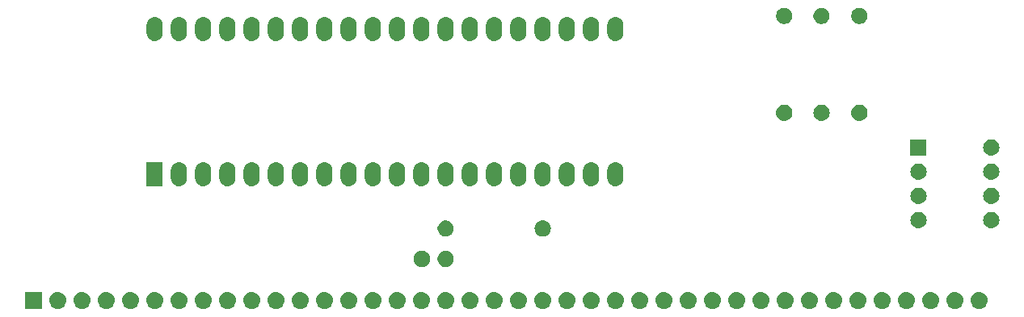
<source format=gbr>
G04 #@! TF.GenerationSoftware,KiCad,Pcbnew,(5.1.2)-2*
G04 #@! TF.CreationDate,2021-09-18T22:18:35+02:00*
G04 #@! TF.ProjectId,aZ80_CPU,615a3830-5f43-4505-952e-6b696361645f,rev?*
G04 #@! TF.SameCoordinates,Original*
G04 #@! TF.FileFunction,Soldermask,Top*
G04 #@! TF.FilePolarity,Negative*
%FSLAX46Y46*%
G04 Gerber Fmt 4.6, Leading zero omitted, Abs format (unit mm)*
G04 Created by KiCad (PCBNEW (5.1.2)-2) date 2021-09-18 22:18:35*
%MOMM*%
%LPD*%
G04 APERTURE LIST*
%ADD10C,0.100000*%
G04 APERTURE END LIST*
D10*
G36*
X114510443Y-109105519D02*
G01*
X114576627Y-109112037D01*
X114746466Y-109163557D01*
X114902991Y-109247222D01*
X114938729Y-109276552D01*
X115040186Y-109359814D01*
X115123448Y-109461271D01*
X115152778Y-109497009D01*
X115236443Y-109653534D01*
X115287963Y-109823373D01*
X115305359Y-110000000D01*
X115287963Y-110176627D01*
X115236443Y-110346466D01*
X115152778Y-110502991D01*
X115123448Y-110538729D01*
X115040186Y-110640186D01*
X114938729Y-110723448D01*
X114902991Y-110752778D01*
X114746466Y-110836443D01*
X114576627Y-110887963D01*
X114510443Y-110894481D01*
X114444260Y-110901000D01*
X114355740Y-110901000D01*
X114289557Y-110894481D01*
X114223373Y-110887963D01*
X114053534Y-110836443D01*
X113897009Y-110752778D01*
X113861271Y-110723448D01*
X113759814Y-110640186D01*
X113676552Y-110538729D01*
X113647222Y-110502991D01*
X113563557Y-110346466D01*
X113512037Y-110176627D01*
X113494641Y-110000000D01*
X113512037Y-109823373D01*
X113563557Y-109653534D01*
X113647222Y-109497009D01*
X113676552Y-109461271D01*
X113759814Y-109359814D01*
X113861271Y-109276552D01*
X113897009Y-109247222D01*
X114053534Y-109163557D01*
X114223373Y-109112037D01*
X114289557Y-109105519D01*
X114355740Y-109099000D01*
X114444260Y-109099000D01*
X114510443Y-109105519D01*
X114510443Y-109105519D01*
G37*
G36*
X111970443Y-109105519D02*
G01*
X112036627Y-109112037D01*
X112206466Y-109163557D01*
X112362991Y-109247222D01*
X112398729Y-109276552D01*
X112500186Y-109359814D01*
X112583448Y-109461271D01*
X112612778Y-109497009D01*
X112696443Y-109653534D01*
X112747963Y-109823373D01*
X112765359Y-110000000D01*
X112747963Y-110176627D01*
X112696443Y-110346466D01*
X112612778Y-110502991D01*
X112583448Y-110538729D01*
X112500186Y-110640186D01*
X112398729Y-110723448D01*
X112362991Y-110752778D01*
X112206466Y-110836443D01*
X112036627Y-110887963D01*
X111970443Y-110894481D01*
X111904260Y-110901000D01*
X111815740Y-110901000D01*
X111749557Y-110894481D01*
X111683373Y-110887963D01*
X111513534Y-110836443D01*
X111357009Y-110752778D01*
X111321271Y-110723448D01*
X111219814Y-110640186D01*
X111136552Y-110538729D01*
X111107222Y-110502991D01*
X111023557Y-110346466D01*
X110972037Y-110176627D01*
X110954641Y-110000000D01*
X110972037Y-109823373D01*
X111023557Y-109653534D01*
X111107222Y-109497009D01*
X111136552Y-109461271D01*
X111219814Y-109359814D01*
X111321271Y-109276552D01*
X111357009Y-109247222D01*
X111513534Y-109163557D01*
X111683373Y-109112037D01*
X111749557Y-109105519D01*
X111815740Y-109099000D01*
X111904260Y-109099000D01*
X111970443Y-109105519D01*
X111970443Y-109105519D01*
G37*
G36*
X89901000Y-110901000D02*
G01*
X88099000Y-110901000D01*
X88099000Y-109099000D01*
X89901000Y-109099000D01*
X89901000Y-110901000D01*
X89901000Y-110901000D01*
G37*
G36*
X91650443Y-109105519D02*
G01*
X91716627Y-109112037D01*
X91886466Y-109163557D01*
X92042991Y-109247222D01*
X92078729Y-109276552D01*
X92180186Y-109359814D01*
X92263448Y-109461271D01*
X92292778Y-109497009D01*
X92376443Y-109653534D01*
X92427963Y-109823373D01*
X92445359Y-110000000D01*
X92427963Y-110176627D01*
X92376443Y-110346466D01*
X92292778Y-110502991D01*
X92263448Y-110538729D01*
X92180186Y-110640186D01*
X92078729Y-110723448D01*
X92042991Y-110752778D01*
X91886466Y-110836443D01*
X91716627Y-110887963D01*
X91650443Y-110894481D01*
X91584260Y-110901000D01*
X91495740Y-110901000D01*
X91429557Y-110894481D01*
X91363373Y-110887963D01*
X91193534Y-110836443D01*
X91037009Y-110752778D01*
X91001271Y-110723448D01*
X90899814Y-110640186D01*
X90816552Y-110538729D01*
X90787222Y-110502991D01*
X90703557Y-110346466D01*
X90652037Y-110176627D01*
X90634641Y-110000000D01*
X90652037Y-109823373D01*
X90703557Y-109653534D01*
X90787222Y-109497009D01*
X90816552Y-109461271D01*
X90899814Y-109359814D01*
X91001271Y-109276552D01*
X91037009Y-109247222D01*
X91193534Y-109163557D01*
X91363373Y-109112037D01*
X91429557Y-109105519D01*
X91495740Y-109099000D01*
X91584260Y-109099000D01*
X91650443Y-109105519D01*
X91650443Y-109105519D01*
G37*
G36*
X94190443Y-109105519D02*
G01*
X94256627Y-109112037D01*
X94426466Y-109163557D01*
X94582991Y-109247222D01*
X94618729Y-109276552D01*
X94720186Y-109359814D01*
X94803448Y-109461271D01*
X94832778Y-109497009D01*
X94916443Y-109653534D01*
X94967963Y-109823373D01*
X94985359Y-110000000D01*
X94967963Y-110176627D01*
X94916443Y-110346466D01*
X94832778Y-110502991D01*
X94803448Y-110538729D01*
X94720186Y-110640186D01*
X94618729Y-110723448D01*
X94582991Y-110752778D01*
X94426466Y-110836443D01*
X94256627Y-110887963D01*
X94190443Y-110894481D01*
X94124260Y-110901000D01*
X94035740Y-110901000D01*
X93969557Y-110894481D01*
X93903373Y-110887963D01*
X93733534Y-110836443D01*
X93577009Y-110752778D01*
X93541271Y-110723448D01*
X93439814Y-110640186D01*
X93356552Y-110538729D01*
X93327222Y-110502991D01*
X93243557Y-110346466D01*
X93192037Y-110176627D01*
X93174641Y-110000000D01*
X93192037Y-109823373D01*
X93243557Y-109653534D01*
X93327222Y-109497009D01*
X93356552Y-109461271D01*
X93439814Y-109359814D01*
X93541271Y-109276552D01*
X93577009Y-109247222D01*
X93733534Y-109163557D01*
X93903373Y-109112037D01*
X93969557Y-109105519D01*
X94035740Y-109099000D01*
X94124260Y-109099000D01*
X94190443Y-109105519D01*
X94190443Y-109105519D01*
G37*
G36*
X96730443Y-109105519D02*
G01*
X96796627Y-109112037D01*
X96966466Y-109163557D01*
X97122991Y-109247222D01*
X97158729Y-109276552D01*
X97260186Y-109359814D01*
X97343448Y-109461271D01*
X97372778Y-109497009D01*
X97456443Y-109653534D01*
X97507963Y-109823373D01*
X97525359Y-110000000D01*
X97507963Y-110176627D01*
X97456443Y-110346466D01*
X97372778Y-110502991D01*
X97343448Y-110538729D01*
X97260186Y-110640186D01*
X97158729Y-110723448D01*
X97122991Y-110752778D01*
X96966466Y-110836443D01*
X96796627Y-110887963D01*
X96730443Y-110894481D01*
X96664260Y-110901000D01*
X96575740Y-110901000D01*
X96509557Y-110894481D01*
X96443373Y-110887963D01*
X96273534Y-110836443D01*
X96117009Y-110752778D01*
X96081271Y-110723448D01*
X95979814Y-110640186D01*
X95896552Y-110538729D01*
X95867222Y-110502991D01*
X95783557Y-110346466D01*
X95732037Y-110176627D01*
X95714641Y-110000000D01*
X95732037Y-109823373D01*
X95783557Y-109653534D01*
X95867222Y-109497009D01*
X95896552Y-109461271D01*
X95979814Y-109359814D01*
X96081271Y-109276552D01*
X96117009Y-109247222D01*
X96273534Y-109163557D01*
X96443373Y-109112037D01*
X96509557Y-109105519D01*
X96575740Y-109099000D01*
X96664260Y-109099000D01*
X96730443Y-109105519D01*
X96730443Y-109105519D01*
G37*
G36*
X99270443Y-109105519D02*
G01*
X99336627Y-109112037D01*
X99506466Y-109163557D01*
X99662991Y-109247222D01*
X99698729Y-109276552D01*
X99800186Y-109359814D01*
X99883448Y-109461271D01*
X99912778Y-109497009D01*
X99996443Y-109653534D01*
X100047963Y-109823373D01*
X100065359Y-110000000D01*
X100047963Y-110176627D01*
X99996443Y-110346466D01*
X99912778Y-110502991D01*
X99883448Y-110538729D01*
X99800186Y-110640186D01*
X99698729Y-110723448D01*
X99662991Y-110752778D01*
X99506466Y-110836443D01*
X99336627Y-110887963D01*
X99270443Y-110894481D01*
X99204260Y-110901000D01*
X99115740Y-110901000D01*
X99049557Y-110894481D01*
X98983373Y-110887963D01*
X98813534Y-110836443D01*
X98657009Y-110752778D01*
X98621271Y-110723448D01*
X98519814Y-110640186D01*
X98436552Y-110538729D01*
X98407222Y-110502991D01*
X98323557Y-110346466D01*
X98272037Y-110176627D01*
X98254641Y-110000000D01*
X98272037Y-109823373D01*
X98323557Y-109653534D01*
X98407222Y-109497009D01*
X98436552Y-109461271D01*
X98519814Y-109359814D01*
X98621271Y-109276552D01*
X98657009Y-109247222D01*
X98813534Y-109163557D01*
X98983373Y-109112037D01*
X99049557Y-109105519D01*
X99115740Y-109099000D01*
X99204260Y-109099000D01*
X99270443Y-109105519D01*
X99270443Y-109105519D01*
G37*
G36*
X101810443Y-109105519D02*
G01*
X101876627Y-109112037D01*
X102046466Y-109163557D01*
X102202991Y-109247222D01*
X102238729Y-109276552D01*
X102340186Y-109359814D01*
X102423448Y-109461271D01*
X102452778Y-109497009D01*
X102536443Y-109653534D01*
X102587963Y-109823373D01*
X102605359Y-110000000D01*
X102587963Y-110176627D01*
X102536443Y-110346466D01*
X102452778Y-110502991D01*
X102423448Y-110538729D01*
X102340186Y-110640186D01*
X102238729Y-110723448D01*
X102202991Y-110752778D01*
X102046466Y-110836443D01*
X101876627Y-110887963D01*
X101810443Y-110894481D01*
X101744260Y-110901000D01*
X101655740Y-110901000D01*
X101589557Y-110894481D01*
X101523373Y-110887963D01*
X101353534Y-110836443D01*
X101197009Y-110752778D01*
X101161271Y-110723448D01*
X101059814Y-110640186D01*
X100976552Y-110538729D01*
X100947222Y-110502991D01*
X100863557Y-110346466D01*
X100812037Y-110176627D01*
X100794641Y-110000000D01*
X100812037Y-109823373D01*
X100863557Y-109653534D01*
X100947222Y-109497009D01*
X100976552Y-109461271D01*
X101059814Y-109359814D01*
X101161271Y-109276552D01*
X101197009Y-109247222D01*
X101353534Y-109163557D01*
X101523373Y-109112037D01*
X101589557Y-109105519D01*
X101655740Y-109099000D01*
X101744260Y-109099000D01*
X101810443Y-109105519D01*
X101810443Y-109105519D01*
G37*
G36*
X104350443Y-109105519D02*
G01*
X104416627Y-109112037D01*
X104586466Y-109163557D01*
X104742991Y-109247222D01*
X104778729Y-109276552D01*
X104880186Y-109359814D01*
X104963448Y-109461271D01*
X104992778Y-109497009D01*
X105076443Y-109653534D01*
X105127963Y-109823373D01*
X105145359Y-110000000D01*
X105127963Y-110176627D01*
X105076443Y-110346466D01*
X104992778Y-110502991D01*
X104963448Y-110538729D01*
X104880186Y-110640186D01*
X104778729Y-110723448D01*
X104742991Y-110752778D01*
X104586466Y-110836443D01*
X104416627Y-110887963D01*
X104350443Y-110894481D01*
X104284260Y-110901000D01*
X104195740Y-110901000D01*
X104129557Y-110894481D01*
X104063373Y-110887963D01*
X103893534Y-110836443D01*
X103737009Y-110752778D01*
X103701271Y-110723448D01*
X103599814Y-110640186D01*
X103516552Y-110538729D01*
X103487222Y-110502991D01*
X103403557Y-110346466D01*
X103352037Y-110176627D01*
X103334641Y-110000000D01*
X103352037Y-109823373D01*
X103403557Y-109653534D01*
X103487222Y-109497009D01*
X103516552Y-109461271D01*
X103599814Y-109359814D01*
X103701271Y-109276552D01*
X103737009Y-109247222D01*
X103893534Y-109163557D01*
X104063373Y-109112037D01*
X104129557Y-109105519D01*
X104195740Y-109099000D01*
X104284260Y-109099000D01*
X104350443Y-109105519D01*
X104350443Y-109105519D01*
G37*
G36*
X106890443Y-109105519D02*
G01*
X106956627Y-109112037D01*
X107126466Y-109163557D01*
X107282991Y-109247222D01*
X107318729Y-109276552D01*
X107420186Y-109359814D01*
X107503448Y-109461271D01*
X107532778Y-109497009D01*
X107616443Y-109653534D01*
X107667963Y-109823373D01*
X107685359Y-110000000D01*
X107667963Y-110176627D01*
X107616443Y-110346466D01*
X107532778Y-110502991D01*
X107503448Y-110538729D01*
X107420186Y-110640186D01*
X107318729Y-110723448D01*
X107282991Y-110752778D01*
X107126466Y-110836443D01*
X106956627Y-110887963D01*
X106890443Y-110894481D01*
X106824260Y-110901000D01*
X106735740Y-110901000D01*
X106669557Y-110894481D01*
X106603373Y-110887963D01*
X106433534Y-110836443D01*
X106277009Y-110752778D01*
X106241271Y-110723448D01*
X106139814Y-110640186D01*
X106056552Y-110538729D01*
X106027222Y-110502991D01*
X105943557Y-110346466D01*
X105892037Y-110176627D01*
X105874641Y-110000000D01*
X105892037Y-109823373D01*
X105943557Y-109653534D01*
X106027222Y-109497009D01*
X106056552Y-109461271D01*
X106139814Y-109359814D01*
X106241271Y-109276552D01*
X106277009Y-109247222D01*
X106433534Y-109163557D01*
X106603373Y-109112037D01*
X106669557Y-109105519D01*
X106735740Y-109099000D01*
X106824260Y-109099000D01*
X106890443Y-109105519D01*
X106890443Y-109105519D01*
G37*
G36*
X109430443Y-109105519D02*
G01*
X109496627Y-109112037D01*
X109666466Y-109163557D01*
X109822991Y-109247222D01*
X109858729Y-109276552D01*
X109960186Y-109359814D01*
X110043448Y-109461271D01*
X110072778Y-109497009D01*
X110156443Y-109653534D01*
X110207963Y-109823373D01*
X110225359Y-110000000D01*
X110207963Y-110176627D01*
X110156443Y-110346466D01*
X110072778Y-110502991D01*
X110043448Y-110538729D01*
X109960186Y-110640186D01*
X109858729Y-110723448D01*
X109822991Y-110752778D01*
X109666466Y-110836443D01*
X109496627Y-110887963D01*
X109430443Y-110894481D01*
X109364260Y-110901000D01*
X109275740Y-110901000D01*
X109209557Y-110894481D01*
X109143373Y-110887963D01*
X108973534Y-110836443D01*
X108817009Y-110752778D01*
X108781271Y-110723448D01*
X108679814Y-110640186D01*
X108596552Y-110538729D01*
X108567222Y-110502991D01*
X108483557Y-110346466D01*
X108432037Y-110176627D01*
X108414641Y-110000000D01*
X108432037Y-109823373D01*
X108483557Y-109653534D01*
X108567222Y-109497009D01*
X108596552Y-109461271D01*
X108679814Y-109359814D01*
X108781271Y-109276552D01*
X108817009Y-109247222D01*
X108973534Y-109163557D01*
X109143373Y-109112037D01*
X109209557Y-109105519D01*
X109275740Y-109099000D01*
X109364260Y-109099000D01*
X109430443Y-109105519D01*
X109430443Y-109105519D01*
G37*
G36*
X139910443Y-109105519D02*
G01*
X139976627Y-109112037D01*
X140146466Y-109163557D01*
X140302991Y-109247222D01*
X140338729Y-109276552D01*
X140440186Y-109359814D01*
X140523448Y-109461271D01*
X140552778Y-109497009D01*
X140636443Y-109653534D01*
X140687963Y-109823373D01*
X140705359Y-110000000D01*
X140687963Y-110176627D01*
X140636443Y-110346466D01*
X140552778Y-110502991D01*
X140523448Y-110538729D01*
X140440186Y-110640186D01*
X140338729Y-110723448D01*
X140302991Y-110752778D01*
X140146466Y-110836443D01*
X139976627Y-110887963D01*
X139910443Y-110894481D01*
X139844260Y-110901000D01*
X139755740Y-110901000D01*
X139689557Y-110894481D01*
X139623373Y-110887963D01*
X139453534Y-110836443D01*
X139297009Y-110752778D01*
X139261271Y-110723448D01*
X139159814Y-110640186D01*
X139076552Y-110538729D01*
X139047222Y-110502991D01*
X138963557Y-110346466D01*
X138912037Y-110176627D01*
X138894641Y-110000000D01*
X138912037Y-109823373D01*
X138963557Y-109653534D01*
X139047222Y-109497009D01*
X139076552Y-109461271D01*
X139159814Y-109359814D01*
X139261271Y-109276552D01*
X139297009Y-109247222D01*
X139453534Y-109163557D01*
X139623373Y-109112037D01*
X139689557Y-109105519D01*
X139755740Y-109099000D01*
X139844260Y-109099000D01*
X139910443Y-109105519D01*
X139910443Y-109105519D01*
G37*
G36*
X117050443Y-109105519D02*
G01*
X117116627Y-109112037D01*
X117286466Y-109163557D01*
X117442991Y-109247222D01*
X117478729Y-109276552D01*
X117580186Y-109359814D01*
X117663448Y-109461271D01*
X117692778Y-109497009D01*
X117776443Y-109653534D01*
X117827963Y-109823373D01*
X117845359Y-110000000D01*
X117827963Y-110176627D01*
X117776443Y-110346466D01*
X117692778Y-110502991D01*
X117663448Y-110538729D01*
X117580186Y-110640186D01*
X117478729Y-110723448D01*
X117442991Y-110752778D01*
X117286466Y-110836443D01*
X117116627Y-110887963D01*
X117050443Y-110894481D01*
X116984260Y-110901000D01*
X116895740Y-110901000D01*
X116829557Y-110894481D01*
X116763373Y-110887963D01*
X116593534Y-110836443D01*
X116437009Y-110752778D01*
X116401271Y-110723448D01*
X116299814Y-110640186D01*
X116216552Y-110538729D01*
X116187222Y-110502991D01*
X116103557Y-110346466D01*
X116052037Y-110176627D01*
X116034641Y-110000000D01*
X116052037Y-109823373D01*
X116103557Y-109653534D01*
X116187222Y-109497009D01*
X116216552Y-109461271D01*
X116299814Y-109359814D01*
X116401271Y-109276552D01*
X116437009Y-109247222D01*
X116593534Y-109163557D01*
X116763373Y-109112037D01*
X116829557Y-109105519D01*
X116895740Y-109099000D01*
X116984260Y-109099000D01*
X117050443Y-109105519D01*
X117050443Y-109105519D01*
G37*
G36*
X119590443Y-109105519D02*
G01*
X119656627Y-109112037D01*
X119826466Y-109163557D01*
X119982991Y-109247222D01*
X120018729Y-109276552D01*
X120120186Y-109359814D01*
X120203448Y-109461271D01*
X120232778Y-109497009D01*
X120316443Y-109653534D01*
X120367963Y-109823373D01*
X120385359Y-110000000D01*
X120367963Y-110176627D01*
X120316443Y-110346466D01*
X120232778Y-110502991D01*
X120203448Y-110538729D01*
X120120186Y-110640186D01*
X120018729Y-110723448D01*
X119982991Y-110752778D01*
X119826466Y-110836443D01*
X119656627Y-110887963D01*
X119590443Y-110894481D01*
X119524260Y-110901000D01*
X119435740Y-110901000D01*
X119369557Y-110894481D01*
X119303373Y-110887963D01*
X119133534Y-110836443D01*
X118977009Y-110752778D01*
X118941271Y-110723448D01*
X118839814Y-110640186D01*
X118756552Y-110538729D01*
X118727222Y-110502991D01*
X118643557Y-110346466D01*
X118592037Y-110176627D01*
X118574641Y-110000000D01*
X118592037Y-109823373D01*
X118643557Y-109653534D01*
X118727222Y-109497009D01*
X118756552Y-109461271D01*
X118839814Y-109359814D01*
X118941271Y-109276552D01*
X118977009Y-109247222D01*
X119133534Y-109163557D01*
X119303373Y-109112037D01*
X119369557Y-109105519D01*
X119435740Y-109099000D01*
X119524260Y-109099000D01*
X119590443Y-109105519D01*
X119590443Y-109105519D01*
G37*
G36*
X122130443Y-109105519D02*
G01*
X122196627Y-109112037D01*
X122366466Y-109163557D01*
X122522991Y-109247222D01*
X122558729Y-109276552D01*
X122660186Y-109359814D01*
X122743448Y-109461271D01*
X122772778Y-109497009D01*
X122856443Y-109653534D01*
X122907963Y-109823373D01*
X122925359Y-110000000D01*
X122907963Y-110176627D01*
X122856443Y-110346466D01*
X122772778Y-110502991D01*
X122743448Y-110538729D01*
X122660186Y-110640186D01*
X122558729Y-110723448D01*
X122522991Y-110752778D01*
X122366466Y-110836443D01*
X122196627Y-110887963D01*
X122130443Y-110894481D01*
X122064260Y-110901000D01*
X121975740Y-110901000D01*
X121909557Y-110894481D01*
X121843373Y-110887963D01*
X121673534Y-110836443D01*
X121517009Y-110752778D01*
X121481271Y-110723448D01*
X121379814Y-110640186D01*
X121296552Y-110538729D01*
X121267222Y-110502991D01*
X121183557Y-110346466D01*
X121132037Y-110176627D01*
X121114641Y-110000000D01*
X121132037Y-109823373D01*
X121183557Y-109653534D01*
X121267222Y-109497009D01*
X121296552Y-109461271D01*
X121379814Y-109359814D01*
X121481271Y-109276552D01*
X121517009Y-109247222D01*
X121673534Y-109163557D01*
X121843373Y-109112037D01*
X121909557Y-109105519D01*
X121975740Y-109099000D01*
X122064260Y-109099000D01*
X122130443Y-109105519D01*
X122130443Y-109105519D01*
G37*
G36*
X124670443Y-109105519D02*
G01*
X124736627Y-109112037D01*
X124906466Y-109163557D01*
X125062991Y-109247222D01*
X125098729Y-109276552D01*
X125200186Y-109359814D01*
X125283448Y-109461271D01*
X125312778Y-109497009D01*
X125396443Y-109653534D01*
X125447963Y-109823373D01*
X125465359Y-110000000D01*
X125447963Y-110176627D01*
X125396443Y-110346466D01*
X125312778Y-110502991D01*
X125283448Y-110538729D01*
X125200186Y-110640186D01*
X125098729Y-110723448D01*
X125062991Y-110752778D01*
X124906466Y-110836443D01*
X124736627Y-110887963D01*
X124670443Y-110894481D01*
X124604260Y-110901000D01*
X124515740Y-110901000D01*
X124449557Y-110894481D01*
X124383373Y-110887963D01*
X124213534Y-110836443D01*
X124057009Y-110752778D01*
X124021271Y-110723448D01*
X123919814Y-110640186D01*
X123836552Y-110538729D01*
X123807222Y-110502991D01*
X123723557Y-110346466D01*
X123672037Y-110176627D01*
X123654641Y-110000000D01*
X123672037Y-109823373D01*
X123723557Y-109653534D01*
X123807222Y-109497009D01*
X123836552Y-109461271D01*
X123919814Y-109359814D01*
X124021271Y-109276552D01*
X124057009Y-109247222D01*
X124213534Y-109163557D01*
X124383373Y-109112037D01*
X124449557Y-109105519D01*
X124515740Y-109099000D01*
X124604260Y-109099000D01*
X124670443Y-109105519D01*
X124670443Y-109105519D01*
G37*
G36*
X127210443Y-109105519D02*
G01*
X127276627Y-109112037D01*
X127446466Y-109163557D01*
X127602991Y-109247222D01*
X127638729Y-109276552D01*
X127740186Y-109359814D01*
X127823448Y-109461271D01*
X127852778Y-109497009D01*
X127936443Y-109653534D01*
X127987963Y-109823373D01*
X128005359Y-110000000D01*
X127987963Y-110176627D01*
X127936443Y-110346466D01*
X127852778Y-110502991D01*
X127823448Y-110538729D01*
X127740186Y-110640186D01*
X127638729Y-110723448D01*
X127602991Y-110752778D01*
X127446466Y-110836443D01*
X127276627Y-110887963D01*
X127210443Y-110894481D01*
X127144260Y-110901000D01*
X127055740Y-110901000D01*
X126989557Y-110894481D01*
X126923373Y-110887963D01*
X126753534Y-110836443D01*
X126597009Y-110752778D01*
X126561271Y-110723448D01*
X126459814Y-110640186D01*
X126376552Y-110538729D01*
X126347222Y-110502991D01*
X126263557Y-110346466D01*
X126212037Y-110176627D01*
X126194641Y-110000000D01*
X126212037Y-109823373D01*
X126263557Y-109653534D01*
X126347222Y-109497009D01*
X126376552Y-109461271D01*
X126459814Y-109359814D01*
X126561271Y-109276552D01*
X126597009Y-109247222D01*
X126753534Y-109163557D01*
X126923373Y-109112037D01*
X126989557Y-109105519D01*
X127055740Y-109099000D01*
X127144260Y-109099000D01*
X127210443Y-109105519D01*
X127210443Y-109105519D01*
G37*
G36*
X129750443Y-109105519D02*
G01*
X129816627Y-109112037D01*
X129986466Y-109163557D01*
X130142991Y-109247222D01*
X130178729Y-109276552D01*
X130280186Y-109359814D01*
X130363448Y-109461271D01*
X130392778Y-109497009D01*
X130476443Y-109653534D01*
X130527963Y-109823373D01*
X130545359Y-110000000D01*
X130527963Y-110176627D01*
X130476443Y-110346466D01*
X130392778Y-110502991D01*
X130363448Y-110538729D01*
X130280186Y-110640186D01*
X130178729Y-110723448D01*
X130142991Y-110752778D01*
X129986466Y-110836443D01*
X129816627Y-110887963D01*
X129750443Y-110894481D01*
X129684260Y-110901000D01*
X129595740Y-110901000D01*
X129529557Y-110894481D01*
X129463373Y-110887963D01*
X129293534Y-110836443D01*
X129137009Y-110752778D01*
X129101271Y-110723448D01*
X128999814Y-110640186D01*
X128916552Y-110538729D01*
X128887222Y-110502991D01*
X128803557Y-110346466D01*
X128752037Y-110176627D01*
X128734641Y-110000000D01*
X128752037Y-109823373D01*
X128803557Y-109653534D01*
X128887222Y-109497009D01*
X128916552Y-109461271D01*
X128999814Y-109359814D01*
X129101271Y-109276552D01*
X129137009Y-109247222D01*
X129293534Y-109163557D01*
X129463373Y-109112037D01*
X129529557Y-109105519D01*
X129595740Y-109099000D01*
X129684260Y-109099000D01*
X129750443Y-109105519D01*
X129750443Y-109105519D01*
G37*
G36*
X132290443Y-109105519D02*
G01*
X132356627Y-109112037D01*
X132526466Y-109163557D01*
X132682991Y-109247222D01*
X132718729Y-109276552D01*
X132820186Y-109359814D01*
X132903448Y-109461271D01*
X132932778Y-109497009D01*
X133016443Y-109653534D01*
X133067963Y-109823373D01*
X133085359Y-110000000D01*
X133067963Y-110176627D01*
X133016443Y-110346466D01*
X132932778Y-110502991D01*
X132903448Y-110538729D01*
X132820186Y-110640186D01*
X132718729Y-110723448D01*
X132682991Y-110752778D01*
X132526466Y-110836443D01*
X132356627Y-110887963D01*
X132290443Y-110894481D01*
X132224260Y-110901000D01*
X132135740Y-110901000D01*
X132069557Y-110894481D01*
X132003373Y-110887963D01*
X131833534Y-110836443D01*
X131677009Y-110752778D01*
X131641271Y-110723448D01*
X131539814Y-110640186D01*
X131456552Y-110538729D01*
X131427222Y-110502991D01*
X131343557Y-110346466D01*
X131292037Y-110176627D01*
X131274641Y-110000000D01*
X131292037Y-109823373D01*
X131343557Y-109653534D01*
X131427222Y-109497009D01*
X131456552Y-109461271D01*
X131539814Y-109359814D01*
X131641271Y-109276552D01*
X131677009Y-109247222D01*
X131833534Y-109163557D01*
X132003373Y-109112037D01*
X132069557Y-109105519D01*
X132135740Y-109099000D01*
X132224260Y-109099000D01*
X132290443Y-109105519D01*
X132290443Y-109105519D01*
G37*
G36*
X134830443Y-109105519D02*
G01*
X134896627Y-109112037D01*
X135066466Y-109163557D01*
X135222991Y-109247222D01*
X135258729Y-109276552D01*
X135360186Y-109359814D01*
X135443448Y-109461271D01*
X135472778Y-109497009D01*
X135556443Y-109653534D01*
X135607963Y-109823373D01*
X135625359Y-110000000D01*
X135607963Y-110176627D01*
X135556443Y-110346466D01*
X135472778Y-110502991D01*
X135443448Y-110538729D01*
X135360186Y-110640186D01*
X135258729Y-110723448D01*
X135222991Y-110752778D01*
X135066466Y-110836443D01*
X134896627Y-110887963D01*
X134830443Y-110894481D01*
X134764260Y-110901000D01*
X134675740Y-110901000D01*
X134609557Y-110894481D01*
X134543373Y-110887963D01*
X134373534Y-110836443D01*
X134217009Y-110752778D01*
X134181271Y-110723448D01*
X134079814Y-110640186D01*
X133996552Y-110538729D01*
X133967222Y-110502991D01*
X133883557Y-110346466D01*
X133832037Y-110176627D01*
X133814641Y-110000000D01*
X133832037Y-109823373D01*
X133883557Y-109653534D01*
X133967222Y-109497009D01*
X133996552Y-109461271D01*
X134079814Y-109359814D01*
X134181271Y-109276552D01*
X134217009Y-109247222D01*
X134373534Y-109163557D01*
X134543373Y-109112037D01*
X134609557Y-109105519D01*
X134675740Y-109099000D01*
X134764260Y-109099000D01*
X134830443Y-109105519D01*
X134830443Y-109105519D01*
G37*
G36*
X165310443Y-109105519D02*
G01*
X165376627Y-109112037D01*
X165546466Y-109163557D01*
X165702991Y-109247222D01*
X165738729Y-109276552D01*
X165840186Y-109359814D01*
X165923448Y-109461271D01*
X165952778Y-109497009D01*
X166036443Y-109653534D01*
X166087963Y-109823373D01*
X166105359Y-110000000D01*
X166087963Y-110176627D01*
X166036443Y-110346466D01*
X165952778Y-110502991D01*
X165923448Y-110538729D01*
X165840186Y-110640186D01*
X165738729Y-110723448D01*
X165702991Y-110752778D01*
X165546466Y-110836443D01*
X165376627Y-110887963D01*
X165310443Y-110894481D01*
X165244260Y-110901000D01*
X165155740Y-110901000D01*
X165089557Y-110894481D01*
X165023373Y-110887963D01*
X164853534Y-110836443D01*
X164697009Y-110752778D01*
X164661271Y-110723448D01*
X164559814Y-110640186D01*
X164476552Y-110538729D01*
X164447222Y-110502991D01*
X164363557Y-110346466D01*
X164312037Y-110176627D01*
X164294641Y-110000000D01*
X164312037Y-109823373D01*
X164363557Y-109653534D01*
X164447222Y-109497009D01*
X164476552Y-109461271D01*
X164559814Y-109359814D01*
X164661271Y-109276552D01*
X164697009Y-109247222D01*
X164853534Y-109163557D01*
X165023373Y-109112037D01*
X165089557Y-109105519D01*
X165155740Y-109099000D01*
X165244260Y-109099000D01*
X165310443Y-109105519D01*
X165310443Y-109105519D01*
G37*
G36*
X185630443Y-109105519D02*
G01*
X185696627Y-109112037D01*
X185866466Y-109163557D01*
X186022991Y-109247222D01*
X186058729Y-109276552D01*
X186160186Y-109359814D01*
X186243448Y-109461271D01*
X186272778Y-109497009D01*
X186356443Y-109653534D01*
X186407963Y-109823373D01*
X186425359Y-110000000D01*
X186407963Y-110176627D01*
X186356443Y-110346466D01*
X186272778Y-110502991D01*
X186243448Y-110538729D01*
X186160186Y-110640186D01*
X186058729Y-110723448D01*
X186022991Y-110752778D01*
X185866466Y-110836443D01*
X185696627Y-110887963D01*
X185630443Y-110894481D01*
X185564260Y-110901000D01*
X185475740Y-110901000D01*
X185409557Y-110894481D01*
X185343373Y-110887963D01*
X185173534Y-110836443D01*
X185017009Y-110752778D01*
X184981271Y-110723448D01*
X184879814Y-110640186D01*
X184796552Y-110538729D01*
X184767222Y-110502991D01*
X184683557Y-110346466D01*
X184632037Y-110176627D01*
X184614641Y-110000000D01*
X184632037Y-109823373D01*
X184683557Y-109653534D01*
X184767222Y-109497009D01*
X184796552Y-109461271D01*
X184879814Y-109359814D01*
X184981271Y-109276552D01*
X185017009Y-109247222D01*
X185173534Y-109163557D01*
X185343373Y-109112037D01*
X185409557Y-109105519D01*
X185475740Y-109099000D01*
X185564260Y-109099000D01*
X185630443Y-109105519D01*
X185630443Y-109105519D01*
G37*
G36*
X142450443Y-109105519D02*
G01*
X142516627Y-109112037D01*
X142686466Y-109163557D01*
X142842991Y-109247222D01*
X142878729Y-109276552D01*
X142980186Y-109359814D01*
X143063448Y-109461271D01*
X143092778Y-109497009D01*
X143176443Y-109653534D01*
X143227963Y-109823373D01*
X143245359Y-110000000D01*
X143227963Y-110176627D01*
X143176443Y-110346466D01*
X143092778Y-110502991D01*
X143063448Y-110538729D01*
X142980186Y-110640186D01*
X142878729Y-110723448D01*
X142842991Y-110752778D01*
X142686466Y-110836443D01*
X142516627Y-110887963D01*
X142450443Y-110894481D01*
X142384260Y-110901000D01*
X142295740Y-110901000D01*
X142229557Y-110894481D01*
X142163373Y-110887963D01*
X141993534Y-110836443D01*
X141837009Y-110752778D01*
X141801271Y-110723448D01*
X141699814Y-110640186D01*
X141616552Y-110538729D01*
X141587222Y-110502991D01*
X141503557Y-110346466D01*
X141452037Y-110176627D01*
X141434641Y-110000000D01*
X141452037Y-109823373D01*
X141503557Y-109653534D01*
X141587222Y-109497009D01*
X141616552Y-109461271D01*
X141699814Y-109359814D01*
X141801271Y-109276552D01*
X141837009Y-109247222D01*
X141993534Y-109163557D01*
X142163373Y-109112037D01*
X142229557Y-109105519D01*
X142295740Y-109099000D01*
X142384260Y-109099000D01*
X142450443Y-109105519D01*
X142450443Y-109105519D01*
G37*
G36*
X144990443Y-109105519D02*
G01*
X145056627Y-109112037D01*
X145226466Y-109163557D01*
X145382991Y-109247222D01*
X145418729Y-109276552D01*
X145520186Y-109359814D01*
X145603448Y-109461271D01*
X145632778Y-109497009D01*
X145716443Y-109653534D01*
X145767963Y-109823373D01*
X145785359Y-110000000D01*
X145767963Y-110176627D01*
X145716443Y-110346466D01*
X145632778Y-110502991D01*
X145603448Y-110538729D01*
X145520186Y-110640186D01*
X145418729Y-110723448D01*
X145382991Y-110752778D01*
X145226466Y-110836443D01*
X145056627Y-110887963D01*
X144990443Y-110894481D01*
X144924260Y-110901000D01*
X144835740Y-110901000D01*
X144769557Y-110894481D01*
X144703373Y-110887963D01*
X144533534Y-110836443D01*
X144377009Y-110752778D01*
X144341271Y-110723448D01*
X144239814Y-110640186D01*
X144156552Y-110538729D01*
X144127222Y-110502991D01*
X144043557Y-110346466D01*
X143992037Y-110176627D01*
X143974641Y-110000000D01*
X143992037Y-109823373D01*
X144043557Y-109653534D01*
X144127222Y-109497009D01*
X144156552Y-109461271D01*
X144239814Y-109359814D01*
X144341271Y-109276552D01*
X144377009Y-109247222D01*
X144533534Y-109163557D01*
X144703373Y-109112037D01*
X144769557Y-109105519D01*
X144835740Y-109099000D01*
X144924260Y-109099000D01*
X144990443Y-109105519D01*
X144990443Y-109105519D01*
G37*
G36*
X147530443Y-109105519D02*
G01*
X147596627Y-109112037D01*
X147766466Y-109163557D01*
X147922991Y-109247222D01*
X147958729Y-109276552D01*
X148060186Y-109359814D01*
X148143448Y-109461271D01*
X148172778Y-109497009D01*
X148256443Y-109653534D01*
X148307963Y-109823373D01*
X148325359Y-110000000D01*
X148307963Y-110176627D01*
X148256443Y-110346466D01*
X148172778Y-110502991D01*
X148143448Y-110538729D01*
X148060186Y-110640186D01*
X147958729Y-110723448D01*
X147922991Y-110752778D01*
X147766466Y-110836443D01*
X147596627Y-110887963D01*
X147530443Y-110894481D01*
X147464260Y-110901000D01*
X147375740Y-110901000D01*
X147309557Y-110894481D01*
X147243373Y-110887963D01*
X147073534Y-110836443D01*
X146917009Y-110752778D01*
X146881271Y-110723448D01*
X146779814Y-110640186D01*
X146696552Y-110538729D01*
X146667222Y-110502991D01*
X146583557Y-110346466D01*
X146532037Y-110176627D01*
X146514641Y-110000000D01*
X146532037Y-109823373D01*
X146583557Y-109653534D01*
X146667222Y-109497009D01*
X146696552Y-109461271D01*
X146779814Y-109359814D01*
X146881271Y-109276552D01*
X146917009Y-109247222D01*
X147073534Y-109163557D01*
X147243373Y-109112037D01*
X147309557Y-109105519D01*
X147375740Y-109099000D01*
X147464260Y-109099000D01*
X147530443Y-109105519D01*
X147530443Y-109105519D01*
G37*
G36*
X150070443Y-109105519D02*
G01*
X150136627Y-109112037D01*
X150306466Y-109163557D01*
X150462991Y-109247222D01*
X150498729Y-109276552D01*
X150600186Y-109359814D01*
X150683448Y-109461271D01*
X150712778Y-109497009D01*
X150796443Y-109653534D01*
X150847963Y-109823373D01*
X150865359Y-110000000D01*
X150847963Y-110176627D01*
X150796443Y-110346466D01*
X150712778Y-110502991D01*
X150683448Y-110538729D01*
X150600186Y-110640186D01*
X150498729Y-110723448D01*
X150462991Y-110752778D01*
X150306466Y-110836443D01*
X150136627Y-110887963D01*
X150070443Y-110894481D01*
X150004260Y-110901000D01*
X149915740Y-110901000D01*
X149849557Y-110894481D01*
X149783373Y-110887963D01*
X149613534Y-110836443D01*
X149457009Y-110752778D01*
X149421271Y-110723448D01*
X149319814Y-110640186D01*
X149236552Y-110538729D01*
X149207222Y-110502991D01*
X149123557Y-110346466D01*
X149072037Y-110176627D01*
X149054641Y-110000000D01*
X149072037Y-109823373D01*
X149123557Y-109653534D01*
X149207222Y-109497009D01*
X149236552Y-109461271D01*
X149319814Y-109359814D01*
X149421271Y-109276552D01*
X149457009Y-109247222D01*
X149613534Y-109163557D01*
X149783373Y-109112037D01*
X149849557Y-109105519D01*
X149915740Y-109099000D01*
X150004260Y-109099000D01*
X150070443Y-109105519D01*
X150070443Y-109105519D01*
G37*
G36*
X152610443Y-109105519D02*
G01*
X152676627Y-109112037D01*
X152846466Y-109163557D01*
X153002991Y-109247222D01*
X153038729Y-109276552D01*
X153140186Y-109359814D01*
X153223448Y-109461271D01*
X153252778Y-109497009D01*
X153336443Y-109653534D01*
X153387963Y-109823373D01*
X153405359Y-110000000D01*
X153387963Y-110176627D01*
X153336443Y-110346466D01*
X153252778Y-110502991D01*
X153223448Y-110538729D01*
X153140186Y-110640186D01*
X153038729Y-110723448D01*
X153002991Y-110752778D01*
X152846466Y-110836443D01*
X152676627Y-110887963D01*
X152610443Y-110894481D01*
X152544260Y-110901000D01*
X152455740Y-110901000D01*
X152389557Y-110894481D01*
X152323373Y-110887963D01*
X152153534Y-110836443D01*
X151997009Y-110752778D01*
X151961271Y-110723448D01*
X151859814Y-110640186D01*
X151776552Y-110538729D01*
X151747222Y-110502991D01*
X151663557Y-110346466D01*
X151612037Y-110176627D01*
X151594641Y-110000000D01*
X151612037Y-109823373D01*
X151663557Y-109653534D01*
X151747222Y-109497009D01*
X151776552Y-109461271D01*
X151859814Y-109359814D01*
X151961271Y-109276552D01*
X151997009Y-109247222D01*
X152153534Y-109163557D01*
X152323373Y-109112037D01*
X152389557Y-109105519D01*
X152455740Y-109099000D01*
X152544260Y-109099000D01*
X152610443Y-109105519D01*
X152610443Y-109105519D01*
G37*
G36*
X155150443Y-109105519D02*
G01*
X155216627Y-109112037D01*
X155386466Y-109163557D01*
X155542991Y-109247222D01*
X155578729Y-109276552D01*
X155680186Y-109359814D01*
X155763448Y-109461271D01*
X155792778Y-109497009D01*
X155876443Y-109653534D01*
X155927963Y-109823373D01*
X155945359Y-110000000D01*
X155927963Y-110176627D01*
X155876443Y-110346466D01*
X155792778Y-110502991D01*
X155763448Y-110538729D01*
X155680186Y-110640186D01*
X155578729Y-110723448D01*
X155542991Y-110752778D01*
X155386466Y-110836443D01*
X155216627Y-110887963D01*
X155150443Y-110894481D01*
X155084260Y-110901000D01*
X154995740Y-110901000D01*
X154929557Y-110894481D01*
X154863373Y-110887963D01*
X154693534Y-110836443D01*
X154537009Y-110752778D01*
X154501271Y-110723448D01*
X154399814Y-110640186D01*
X154316552Y-110538729D01*
X154287222Y-110502991D01*
X154203557Y-110346466D01*
X154152037Y-110176627D01*
X154134641Y-110000000D01*
X154152037Y-109823373D01*
X154203557Y-109653534D01*
X154287222Y-109497009D01*
X154316552Y-109461271D01*
X154399814Y-109359814D01*
X154501271Y-109276552D01*
X154537009Y-109247222D01*
X154693534Y-109163557D01*
X154863373Y-109112037D01*
X154929557Y-109105519D01*
X154995740Y-109099000D01*
X155084260Y-109099000D01*
X155150443Y-109105519D01*
X155150443Y-109105519D01*
G37*
G36*
X157690443Y-109105519D02*
G01*
X157756627Y-109112037D01*
X157926466Y-109163557D01*
X158082991Y-109247222D01*
X158118729Y-109276552D01*
X158220186Y-109359814D01*
X158303448Y-109461271D01*
X158332778Y-109497009D01*
X158416443Y-109653534D01*
X158467963Y-109823373D01*
X158485359Y-110000000D01*
X158467963Y-110176627D01*
X158416443Y-110346466D01*
X158332778Y-110502991D01*
X158303448Y-110538729D01*
X158220186Y-110640186D01*
X158118729Y-110723448D01*
X158082991Y-110752778D01*
X157926466Y-110836443D01*
X157756627Y-110887963D01*
X157690443Y-110894481D01*
X157624260Y-110901000D01*
X157535740Y-110901000D01*
X157469557Y-110894481D01*
X157403373Y-110887963D01*
X157233534Y-110836443D01*
X157077009Y-110752778D01*
X157041271Y-110723448D01*
X156939814Y-110640186D01*
X156856552Y-110538729D01*
X156827222Y-110502991D01*
X156743557Y-110346466D01*
X156692037Y-110176627D01*
X156674641Y-110000000D01*
X156692037Y-109823373D01*
X156743557Y-109653534D01*
X156827222Y-109497009D01*
X156856552Y-109461271D01*
X156939814Y-109359814D01*
X157041271Y-109276552D01*
X157077009Y-109247222D01*
X157233534Y-109163557D01*
X157403373Y-109112037D01*
X157469557Y-109105519D01*
X157535740Y-109099000D01*
X157624260Y-109099000D01*
X157690443Y-109105519D01*
X157690443Y-109105519D01*
G37*
G36*
X160230443Y-109105519D02*
G01*
X160296627Y-109112037D01*
X160466466Y-109163557D01*
X160622991Y-109247222D01*
X160658729Y-109276552D01*
X160760186Y-109359814D01*
X160843448Y-109461271D01*
X160872778Y-109497009D01*
X160956443Y-109653534D01*
X161007963Y-109823373D01*
X161025359Y-110000000D01*
X161007963Y-110176627D01*
X160956443Y-110346466D01*
X160872778Y-110502991D01*
X160843448Y-110538729D01*
X160760186Y-110640186D01*
X160658729Y-110723448D01*
X160622991Y-110752778D01*
X160466466Y-110836443D01*
X160296627Y-110887963D01*
X160230443Y-110894481D01*
X160164260Y-110901000D01*
X160075740Y-110901000D01*
X160009557Y-110894481D01*
X159943373Y-110887963D01*
X159773534Y-110836443D01*
X159617009Y-110752778D01*
X159581271Y-110723448D01*
X159479814Y-110640186D01*
X159396552Y-110538729D01*
X159367222Y-110502991D01*
X159283557Y-110346466D01*
X159232037Y-110176627D01*
X159214641Y-110000000D01*
X159232037Y-109823373D01*
X159283557Y-109653534D01*
X159367222Y-109497009D01*
X159396552Y-109461271D01*
X159479814Y-109359814D01*
X159581271Y-109276552D01*
X159617009Y-109247222D01*
X159773534Y-109163557D01*
X159943373Y-109112037D01*
X160009557Y-109105519D01*
X160075740Y-109099000D01*
X160164260Y-109099000D01*
X160230443Y-109105519D01*
X160230443Y-109105519D01*
G37*
G36*
X162770443Y-109105519D02*
G01*
X162836627Y-109112037D01*
X163006466Y-109163557D01*
X163162991Y-109247222D01*
X163198729Y-109276552D01*
X163300186Y-109359814D01*
X163383448Y-109461271D01*
X163412778Y-109497009D01*
X163496443Y-109653534D01*
X163547963Y-109823373D01*
X163565359Y-110000000D01*
X163547963Y-110176627D01*
X163496443Y-110346466D01*
X163412778Y-110502991D01*
X163383448Y-110538729D01*
X163300186Y-110640186D01*
X163198729Y-110723448D01*
X163162991Y-110752778D01*
X163006466Y-110836443D01*
X162836627Y-110887963D01*
X162770443Y-110894481D01*
X162704260Y-110901000D01*
X162615740Y-110901000D01*
X162549557Y-110894481D01*
X162483373Y-110887963D01*
X162313534Y-110836443D01*
X162157009Y-110752778D01*
X162121271Y-110723448D01*
X162019814Y-110640186D01*
X161936552Y-110538729D01*
X161907222Y-110502991D01*
X161823557Y-110346466D01*
X161772037Y-110176627D01*
X161754641Y-110000000D01*
X161772037Y-109823373D01*
X161823557Y-109653534D01*
X161907222Y-109497009D01*
X161936552Y-109461271D01*
X162019814Y-109359814D01*
X162121271Y-109276552D01*
X162157009Y-109247222D01*
X162313534Y-109163557D01*
X162483373Y-109112037D01*
X162549557Y-109105519D01*
X162615740Y-109099000D01*
X162704260Y-109099000D01*
X162770443Y-109105519D01*
X162770443Y-109105519D01*
G37*
G36*
X167850443Y-109105519D02*
G01*
X167916627Y-109112037D01*
X168086466Y-109163557D01*
X168242991Y-109247222D01*
X168278729Y-109276552D01*
X168380186Y-109359814D01*
X168463448Y-109461271D01*
X168492778Y-109497009D01*
X168576443Y-109653534D01*
X168627963Y-109823373D01*
X168645359Y-110000000D01*
X168627963Y-110176627D01*
X168576443Y-110346466D01*
X168492778Y-110502991D01*
X168463448Y-110538729D01*
X168380186Y-110640186D01*
X168278729Y-110723448D01*
X168242991Y-110752778D01*
X168086466Y-110836443D01*
X167916627Y-110887963D01*
X167850443Y-110894481D01*
X167784260Y-110901000D01*
X167695740Y-110901000D01*
X167629557Y-110894481D01*
X167563373Y-110887963D01*
X167393534Y-110836443D01*
X167237009Y-110752778D01*
X167201271Y-110723448D01*
X167099814Y-110640186D01*
X167016552Y-110538729D01*
X166987222Y-110502991D01*
X166903557Y-110346466D01*
X166852037Y-110176627D01*
X166834641Y-110000000D01*
X166852037Y-109823373D01*
X166903557Y-109653534D01*
X166987222Y-109497009D01*
X167016552Y-109461271D01*
X167099814Y-109359814D01*
X167201271Y-109276552D01*
X167237009Y-109247222D01*
X167393534Y-109163557D01*
X167563373Y-109112037D01*
X167629557Y-109105519D01*
X167695740Y-109099000D01*
X167784260Y-109099000D01*
X167850443Y-109105519D01*
X167850443Y-109105519D01*
G37*
G36*
X170390443Y-109105519D02*
G01*
X170456627Y-109112037D01*
X170626466Y-109163557D01*
X170782991Y-109247222D01*
X170818729Y-109276552D01*
X170920186Y-109359814D01*
X171003448Y-109461271D01*
X171032778Y-109497009D01*
X171116443Y-109653534D01*
X171167963Y-109823373D01*
X171185359Y-110000000D01*
X171167963Y-110176627D01*
X171116443Y-110346466D01*
X171032778Y-110502991D01*
X171003448Y-110538729D01*
X170920186Y-110640186D01*
X170818729Y-110723448D01*
X170782991Y-110752778D01*
X170626466Y-110836443D01*
X170456627Y-110887963D01*
X170390443Y-110894481D01*
X170324260Y-110901000D01*
X170235740Y-110901000D01*
X170169557Y-110894481D01*
X170103373Y-110887963D01*
X169933534Y-110836443D01*
X169777009Y-110752778D01*
X169741271Y-110723448D01*
X169639814Y-110640186D01*
X169556552Y-110538729D01*
X169527222Y-110502991D01*
X169443557Y-110346466D01*
X169392037Y-110176627D01*
X169374641Y-110000000D01*
X169392037Y-109823373D01*
X169443557Y-109653534D01*
X169527222Y-109497009D01*
X169556552Y-109461271D01*
X169639814Y-109359814D01*
X169741271Y-109276552D01*
X169777009Y-109247222D01*
X169933534Y-109163557D01*
X170103373Y-109112037D01*
X170169557Y-109105519D01*
X170235740Y-109099000D01*
X170324260Y-109099000D01*
X170390443Y-109105519D01*
X170390443Y-109105519D01*
G37*
G36*
X172930443Y-109105519D02*
G01*
X172996627Y-109112037D01*
X173166466Y-109163557D01*
X173322991Y-109247222D01*
X173358729Y-109276552D01*
X173460186Y-109359814D01*
X173543448Y-109461271D01*
X173572778Y-109497009D01*
X173656443Y-109653534D01*
X173707963Y-109823373D01*
X173725359Y-110000000D01*
X173707963Y-110176627D01*
X173656443Y-110346466D01*
X173572778Y-110502991D01*
X173543448Y-110538729D01*
X173460186Y-110640186D01*
X173358729Y-110723448D01*
X173322991Y-110752778D01*
X173166466Y-110836443D01*
X172996627Y-110887963D01*
X172930443Y-110894481D01*
X172864260Y-110901000D01*
X172775740Y-110901000D01*
X172709557Y-110894481D01*
X172643373Y-110887963D01*
X172473534Y-110836443D01*
X172317009Y-110752778D01*
X172281271Y-110723448D01*
X172179814Y-110640186D01*
X172096552Y-110538729D01*
X172067222Y-110502991D01*
X171983557Y-110346466D01*
X171932037Y-110176627D01*
X171914641Y-110000000D01*
X171932037Y-109823373D01*
X171983557Y-109653534D01*
X172067222Y-109497009D01*
X172096552Y-109461271D01*
X172179814Y-109359814D01*
X172281271Y-109276552D01*
X172317009Y-109247222D01*
X172473534Y-109163557D01*
X172643373Y-109112037D01*
X172709557Y-109105519D01*
X172775740Y-109099000D01*
X172864260Y-109099000D01*
X172930443Y-109105519D01*
X172930443Y-109105519D01*
G37*
G36*
X175470443Y-109105519D02*
G01*
X175536627Y-109112037D01*
X175706466Y-109163557D01*
X175862991Y-109247222D01*
X175898729Y-109276552D01*
X176000186Y-109359814D01*
X176083448Y-109461271D01*
X176112778Y-109497009D01*
X176196443Y-109653534D01*
X176247963Y-109823373D01*
X176265359Y-110000000D01*
X176247963Y-110176627D01*
X176196443Y-110346466D01*
X176112778Y-110502991D01*
X176083448Y-110538729D01*
X176000186Y-110640186D01*
X175898729Y-110723448D01*
X175862991Y-110752778D01*
X175706466Y-110836443D01*
X175536627Y-110887963D01*
X175470443Y-110894481D01*
X175404260Y-110901000D01*
X175315740Y-110901000D01*
X175249557Y-110894481D01*
X175183373Y-110887963D01*
X175013534Y-110836443D01*
X174857009Y-110752778D01*
X174821271Y-110723448D01*
X174719814Y-110640186D01*
X174636552Y-110538729D01*
X174607222Y-110502991D01*
X174523557Y-110346466D01*
X174472037Y-110176627D01*
X174454641Y-110000000D01*
X174472037Y-109823373D01*
X174523557Y-109653534D01*
X174607222Y-109497009D01*
X174636552Y-109461271D01*
X174719814Y-109359814D01*
X174821271Y-109276552D01*
X174857009Y-109247222D01*
X175013534Y-109163557D01*
X175183373Y-109112037D01*
X175249557Y-109105519D01*
X175315740Y-109099000D01*
X175404260Y-109099000D01*
X175470443Y-109105519D01*
X175470443Y-109105519D01*
G37*
G36*
X178010443Y-109105519D02*
G01*
X178076627Y-109112037D01*
X178246466Y-109163557D01*
X178402991Y-109247222D01*
X178438729Y-109276552D01*
X178540186Y-109359814D01*
X178623448Y-109461271D01*
X178652778Y-109497009D01*
X178736443Y-109653534D01*
X178787963Y-109823373D01*
X178805359Y-110000000D01*
X178787963Y-110176627D01*
X178736443Y-110346466D01*
X178652778Y-110502991D01*
X178623448Y-110538729D01*
X178540186Y-110640186D01*
X178438729Y-110723448D01*
X178402991Y-110752778D01*
X178246466Y-110836443D01*
X178076627Y-110887963D01*
X178010443Y-110894481D01*
X177944260Y-110901000D01*
X177855740Y-110901000D01*
X177789557Y-110894481D01*
X177723373Y-110887963D01*
X177553534Y-110836443D01*
X177397009Y-110752778D01*
X177361271Y-110723448D01*
X177259814Y-110640186D01*
X177176552Y-110538729D01*
X177147222Y-110502991D01*
X177063557Y-110346466D01*
X177012037Y-110176627D01*
X176994641Y-110000000D01*
X177012037Y-109823373D01*
X177063557Y-109653534D01*
X177147222Y-109497009D01*
X177176552Y-109461271D01*
X177259814Y-109359814D01*
X177361271Y-109276552D01*
X177397009Y-109247222D01*
X177553534Y-109163557D01*
X177723373Y-109112037D01*
X177789557Y-109105519D01*
X177855740Y-109099000D01*
X177944260Y-109099000D01*
X178010443Y-109105519D01*
X178010443Y-109105519D01*
G37*
G36*
X180550443Y-109105519D02*
G01*
X180616627Y-109112037D01*
X180786466Y-109163557D01*
X180942991Y-109247222D01*
X180978729Y-109276552D01*
X181080186Y-109359814D01*
X181163448Y-109461271D01*
X181192778Y-109497009D01*
X181276443Y-109653534D01*
X181327963Y-109823373D01*
X181345359Y-110000000D01*
X181327963Y-110176627D01*
X181276443Y-110346466D01*
X181192778Y-110502991D01*
X181163448Y-110538729D01*
X181080186Y-110640186D01*
X180978729Y-110723448D01*
X180942991Y-110752778D01*
X180786466Y-110836443D01*
X180616627Y-110887963D01*
X180550443Y-110894481D01*
X180484260Y-110901000D01*
X180395740Y-110901000D01*
X180329557Y-110894481D01*
X180263373Y-110887963D01*
X180093534Y-110836443D01*
X179937009Y-110752778D01*
X179901271Y-110723448D01*
X179799814Y-110640186D01*
X179716552Y-110538729D01*
X179687222Y-110502991D01*
X179603557Y-110346466D01*
X179552037Y-110176627D01*
X179534641Y-110000000D01*
X179552037Y-109823373D01*
X179603557Y-109653534D01*
X179687222Y-109497009D01*
X179716552Y-109461271D01*
X179799814Y-109359814D01*
X179901271Y-109276552D01*
X179937009Y-109247222D01*
X180093534Y-109163557D01*
X180263373Y-109112037D01*
X180329557Y-109105519D01*
X180395740Y-109099000D01*
X180484260Y-109099000D01*
X180550443Y-109105519D01*
X180550443Y-109105519D01*
G37*
G36*
X183090443Y-109105519D02*
G01*
X183156627Y-109112037D01*
X183326466Y-109163557D01*
X183482991Y-109247222D01*
X183518729Y-109276552D01*
X183620186Y-109359814D01*
X183703448Y-109461271D01*
X183732778Y-109497009D01*
X183816443Y-109653534D01*
X183867963Y-109823373D01*
X183885359Y-110000000D01*
X183867963Y-110176627D01*
X183816443Y-110346466D01*
X183732778Y-110502991D01*
X183703448Y-110538729D01*
X183620186Y-110640186D01*
X183518729Y-110723448D01*
X183482991Y-110752778D01*
X183326466Y-110836443D01*
X183156627Y-110887963D01*
X183090443Y-110894481D01*
X183024260Y-110901000D01*
X182935740Y-110901000D01*
X182869557Y-110894481D01*
X182803373Y-110887963D01*
X182633534Y-110836443D01*
X182477009Y-110752778D01*
X182441271Y-110723448D01*
X182339814Y-110640186D01*
X182256552Y-110538729D01*
X182227222Y-110502991D01*
X182143557Y-110346466D01*
X182092037Y-110176627D01*
X182074641Y-110000000D01*
X182092037Y-109823373D01*
X182143557Y-109653534D01*
X182227222Y-109497009D01*
X182256552Y-109461271D01*
X182339814Y-109359814D01*
X182441271Y-109276552D01*
X182477009Y-109247222D01*
X182633534Y-109163557D01*
X182803373Y-109112037D01*
X182869557Y-109105519D01*
X182935740Y-109099000D01*
X183024260Y-109099000D01*
X183090443Y-109105519D01*
X183090443Y-109105519D01*
G37*
G36*
X188170443Y-109105519D02*
G01*
X188236627Y-109112037D01*
X188406466Y-109163557D01*
X188562991Y-109247222D01*
X188598729Y-109276552D01*
X188700186Y-109359814D01*
X188783448Y-109461271D01*
X188812778Y-109497009D01*
X188896443Y-109653534D01*
X188947963Y-109823373D01*
X188965359Y-110000000D01*
X188947963Y-110176627D01*
X188896443Y-110346466D01*
X188812778Y-110502991D01*
X188783448Y-110538729D01*
X188700186Y-110640186D01*
X188598729Y-110723448D01*
X188562991Y-110752778D01*
X188406466Y-110836443D01*
X188236627Y-110887963D01*
X188170443Y-110894481D01*
X188104260Y-110901000D01*
X188015740Y-110901000D01*
X187949557Y-110894481D01*
X187883373Y-110887963D01*
X187713534Y-110836443D01*
X187557009Y-110752778D01*
X187521271Y-110723448D01*
X187419814Y-110640186D01*
X187336552Y-110538729D01*
X187307222Y-110502991D01*
X187223557Y-110346466D01*
X187172037Y-110176627D01*
X187154641Y-110000000D01*
X187172037Y-109823373D01*
X187223557Y-109653534D01*
X187307222Y-109497009D01*
X187336552Y-109461271D01*
X187419814Y-109359814D01*
X187521271Y-109276552D01*
X187557009Y-109247222D01*
X187713534Y-109163557D01*
X187883373Y-109112037D01*
X187949557Y-109105519D01*
X188015740Y-109099000D01*
X188104260Y-109099000D01*
X188170443Y-109105519D01*
X188170443Y-109105519D01*
G37*
G36*
X137370443Y-109105519D02*
G01*
X137436627Y-109112037D01*
X137606466Y-109163557D01*
X137762991Y-109247222D01*
X137798729Y-109276552D01*
X137900186Y-109359814D01*
X137983448Y-109461271D01*
X138012778Y-109497009D01*
X138096443Y-109653534D01*
X138147963Y-109823373D01*
X138165359Y-110000000D01*
X138147963Y-110176627D01*
X138096443Y-110346466D01*
X138012778Y-110502991D01*
X137983448Y-110538729D01*
X137900186Y-110640186D01*
X137798729Y-110723448D01*
X137762991Y-110752778D01*
X137606466Y-110836443D01*
X137436627Y-110887963D01*
X137370443Y-110894481D01*
X137304260Y-110901000D01*
X137215740Y-110901000D01*
X137149557Y-110894481D01*
X137083373Y-110887963D01*
X136913534Y-110836443D01*
X136757009Y-110752778D01*
X136721271Y-110723448D01*
X136619814Y-110640186D01*
X136536552Y-110538729D01*
X136507222Y-110502991D01*
X136423557Y-110346466D01*
X136372037Y-110176627D01*
X136354641Y-110000000D01*
X136372037Y-109823373D01*
X136423557Y-109653534D01*
X136507222Y-109497009D01*
X136536552Y-109461271D01*
X136619814Y-109359814D01*
X136721271Y-109276552D01*
X136757009Y-109247222D01*
X136913534Y-109163557D01*
X137083373Y-109112037D01*
X137149557Y-109105519D01*
X137215740Y-109099000D01*
X137304260Y-109099000D01*
X137370443Y-109105519D01*
X137370443Y-109105519D01*
G37*
G36*
X132428228Y-104821703D02*
G01*
X132583100Y-104885853D01*
X132722481Y-104978985D01*
X132841015Y-105097519D01*
X132934147Y-105236900D01*
X132998297Y-105391772D01*
X133031000Y-105556184D01*
X133031000Y-105723816D01*
X132998297Y-105888228D01*
X132934147Y-106043100D01*
X132841015Y-106182481D01*
X132722481Y-106301015D01*
X132583100Y-106394147D01*
X132428228Y-106458297D01*
X132263816Y-106491000D01*
X132096184Y-106491000D01*
X131931772Y-106458297D01*
X131776900Y-106394147D01*
X131637519Y-106301015D01*
X131518985Y-106182481D01*
X131425853Y-106043100D01*
X131361703Y-105888228D01*
X131329000Y-105723816D01*
X131329000Y-105556184D01*
X131361703Y-105391772D01*
X131425853Y-105236900D01*
X131518985Y-105097519D01*
X131637519Y-104978985D01*
X131776900Y-104885853D01*
X131931772Y-104821703D01*
X132096184Y-104789000D01*
X132263816Y-104789000D01*
X132428228Y-104821703D01*
X132428228Y-104821703D01*
G37*
G36*
X129928228Y-104821703D02*
G01*
X130083100Y-104885853D01*
X130222481Y-104978985D01*
X130341015Y-105097519D01*
X130434147Y-105236900D01*
X130498297Y-105391772D01*
X130531000Y-105556184D01*
X130531000Y-105723816D01*
X130498297Y-105888228D01*
X130434147Y-106043100D01*
X130341015Y-106182481D01*
X130222481Y-106301015D01*
X130083100Y-106394147D01*
X129928228Y-106458297D01*
X129763816Y-106491000D01*
X129596184Y-106491000D01*
X129431772Y-106458297D01*
X129276900Y-106394147D01*
X129137519Y-106301015D01*
X129018985Y-106182481D01*
X128925853Y-106043100D01*
X128861703Y-105888228D01*
X128829000Y-105723816D01*
X128829000Y-105556184D01*
X128861703Y-105391772D01*
X128925853Y-105236900D01*
X129018985Y-105097519D01*
X129137519Y-104978985D01*
X129276900Y-104885853D01*
X129431772Y-104821703D01*
X129596184Y-104789000D01*
X129763816Y-104789000D01*
X129928228Y-104821703D01*
X129928228Y-104821703D01*
G37*
G36*
X142506823Y-101626313D02*
G01*
X142667242Y-101674976D01*
X142734361Y-101710852D01*
X142815078Y-101753996D01*
X142944659Y-101860341D01*
X143051004Y-101989922D01*
X143051005Y-101989924D01*
X143130024Y-102137758D01*
X143178687Y-102298177D01*
X143195117Y-102465000D01*
X143178687Y-102631823D01*
X143130024Y-102792242D01*
X143089477Y-102868100D01*
X143051004Y-102940078D01*
X142944659Y-103069659D01*
X142815078Y-103176004D01*
X142815076Y-103176005D01*
X142667242Y-103255024D01*
X142506823Y-103303687D01*
X142381804Y-103316000D01*
X142298196Y-103316000D01*
X142173177Y-103303687D01*
X142012758Y-103255024D01*
X141864924Y-103176005D01*
X141864922Y-103176004D01*
X141735341Y-103069659D01*
X141628996Y-102940078D01*
X141590523Y-102868100D01*
X141549976Y-102792242D01*
X141501313Y-102631823D01*
X141484883Y-102465000D01*
X141501313Y-102298177D01*
X141549976Y-102137758D01*
X141628995Y-101989924D01*
X141628996Y-101989922D01*
X141735341Y-101860341D01*
X141864922Y-101753996D01*
X141945639Y-101710852D01*
X142012758Y-101674976D01*
X142173177Y-101626313D01*
X142298196Y-101614000D01*
X142381804Y-101614000D01*
X142506823Y-101626313D01*
X142506823Y-101626313D01*
G37*
G36*
X132428228Y-101646703D02*
G01*
X132583100Y-101710853D01*
X132722481Y-101803985D01*
X132841015Y-101922519D01*
X132934147Y-102061900D01*
X132998297Y-102216772D01*
X133031000Y-102381184D01*
X133031000Y-102548816D01*
X132998297Y-102713228D01*
X132934147Y-102868100D01*
X132841015Y-103007481D01*
X132722481Y-103126015D01*
X132583100Y-103219147D01*
X132428228Y-103283297D01*
X132263816Y-103316000D01*
X132096184Y-103316000D01*
X131931772Y-103283297D01*
X131776900Y-103219147D01*
X131637519Y-103126015D01*
X131518985Y-103007481D01*
X131425853Y-102868100D01*
X131361703Y-102713228D01*
X131329000Y-102548816D01*
X131329000Y-102381184D01*
X131361703Y-102216772D01*
X131425853Y-102061900D01*
X131518985Y-101922519D01*
X131637519Y-101803985D01*
X131776900Y-101710853D01*
X131931772Y-101646703D01*
X132096184Y-101614000D01*
X132263816Y-101614000D01*
X132428228Y-101646703D01*
X132428228Y-101646703D01*
G37*
G36*
X189496823Y-100731313D02*
G01*
X189657242Y-100779976D01*
X189789906Y-100850886D01*
X189805078Y-100858996D01*
X189934659Y-100965341D01*
X190041004Y-101094922D01*
X190041005Y-101094924D01*
X190120024Y-101242758D01*
X190168687Y-101403177D01*
X190185117Y-101570000D01*
X190168687Y-101736823D01*
X190120024Y-101897242D01*
X190070485Y-101989922D01*
X190041004Y-102045078D01*
X189934659Y-102174659D01*
X189805078Y-102281004D01*
X189805076Y-102281005D01*
X189657242Y-102360024D01*
X189496823Y-102408687D01*
X189371804Y-102421000D01*
X189288196Y-102421000D01*
X189163177Y-102408687D01*
X189002758Y-102360024D01*
X188854924Y-102281005D01*
X188854922Y-102281004D01*
X188725341Y-102174659D01*
X188618996Y-102045078D01*
X188589515Y-101989922D01*
X188539976Y-101897242D01*
X188491313Y-101736823D01*
X188474883Y-101570000D01*
X188491313Y-101403177D01*
X188539976Y-101242758D01*
X188618995Y-101094924D01*
X188618996Y-101094922D01*
X188725341Y-100965341D01*
X188854922Y-100858996D01*
X188870094Y-100850886D01*
X189002758Y-100779976D01*
X189163177Y-100731313D01*
X189288196Y-100719000D01*
X189371804Y-100719000D01*
X189496823Y-100731313D01*
X189496823Y-100731313D01*
G37*
G36*
X181876823Y-100731313D02*
G01*
X182037242Y-100779976D01*
X182169906Y-100850886D01*
X182185078Y-100858996D01*
X182314659Y-100965341D01*
X182421004Y-101094922D01*
X182421005Y-101094924D01*
X182500024Y-101242758D01*
X182548687Y-101403177D01*
X182565117Y-101570000D01*
X182548687Y-101736823D01*
X182500024Y-101897242D01*
X182450485Y-101989922D01*
X182421004Y-102045078D01*
X182314659Y-102174659D01*
X182185078Y-102281004D01*
X182185076Y-102281005D01*
X182037242Y-102360024D01*
X181876823Y-102408687D01*
X181751804Y-102421000D01*
X181668196Y-102421000D01*
X181543177Y-102408687D01*
X181382758Y-102360024D01*
X181234924Y-102281005D01*
X181234922Y-102281004D01*
X181105341Y-102174659D01*
X180998996Y-102045078D01*
X180969515Y-101989922D01*
X180919976Y-101897242D01*
X180871313Y-101736823D01*
X180854883Y-101570000D01*
X180871313Y-101403177D01*
X180919976Y-101242758D01*
X180998995Y-101094924D01*
X180998996Y-101094922D01*
X181105341Y-100965341D01*
X181234922Y-100858996D01*
X181250094Y-100850886D01*
X181382758Y-100779976D01*
X181543177Y-100731313D01*
X181668196Y-100719000D01*
X181751804Y-100719000D01*
X181876823Y-100731313D01*
X181876823Y-100731313D01*
G37*
G36*
X189496823Y-98191313D02*
G01*
X189657242Y-98239976D01*
X189789906Y-98310886D01*
X189805078Y-98318996D01*
X189934659Y-98425341D01*
X190041004Y-98554922D01*
X190041005Y-98554924D01*
X190120024Y-98702758D01*
X190168687Y-98863177D01*
X190185117Y-99030000D01*
X190168687Y-99196823D01*
X190120024Y-99357242D01*
X190049114Y-99489906D01*
X190041004Y-99505078D01*
X189934659Y-99634659D01*
X189805078Y-99741004D01*
X189805076Y-99741005D01*
X189657242Y-99820024D01*
X189496823Y-99868687D01*
X189371804Y-99881000D01*
X189288196Y-99881000D01*
X189163177Y-99868687D01*
X189002758Y-99820024D01*
X188854924Y-99741005D01*
X188854922Y-99741004D01*
X188725341Y-99634659D01*
X188618996Y-99505078D01*
X188610886Y-99489906D01*
X188539976Y-99357242D01*
X188491313Y-99196823D01*
X188474883Y-99030000D01*
X188491313Y-98863177D01*
X188539976Y-98702758D01*
X188618995Y-98554924D01*
X188618996Y-98554922D01*
X188725341Y-98425341D01*
X188854922Y-98318996D01*
X188870094Y-98310886D01*
X189002758Y-98239976D01*
X189163177Y-98191313D01*
X189288196Y-98179000D01*
X189371804Y-98179000D01*
X189496823Y-98191313D01*
X189496823Y-98191313D01*
G37*
G36*
X181876823Y-98191313D02*
G01*
X182037242Y-98239976D01*
X182169906Y-98310886D01*
X182185078Y-98318996D01*
X182314659Y-98425341D01*
X182421004Y-98554922D01*
X182421005Y-98554924D01*
X182500024Y-98702758D01*
X182548687Y-98863177D01*
X182565117Y-99030000D01*
X182548687Y-99196823D01*
X182500024Y-99357242D01*
X182429114Y-99489906D01*
X182421004Y-99505078D01*
X182314659Y-99634659D01*
X182185078Y-99741004D01*
X182185076Y-99741005D01*
X182037242Y-99820024D01*
X181876823Y-99868687D01*
X181751804Y-99881000D01*
X181668196Y-99881000D01*
X181543177Y-99868687D01*
X181382758Y-99820024D01*
X181234924Y-99741005D01*
X181234922Y-99741004D01*
X181105341Y-99634659D01*
X180998996Y-99505078D01*
X180990886Y-99489906D01*
X180919976Y-99357242D01*
X180871313Y-99196823D01*
X180854883Y-99030000D01*
X180871313Y-98863177D01*
X180919976Y-98702758D01*
X180998995Y-98554924D01*
X180998996Y-98554922D01*
X181105341Y-98425341D01*
X181234922Y-98318996D01*
X181250094Y-98310886D01*
X181382758Y-98239976D01*
X181543177Y-98191313D01*
X181668196Y-98179000D01*
X181751804Y-98179000D01*
X181876823Y-98191313D01*
X181876823Y-98191313D01*
G37*
G36*
X150126822Y-95511313D02*
G01*
X150287241Y-95559976D01*
X150435077Y-95638995D01*
X150564659Y-95745341D01*
X150671004Y-95874922D01*
X150671005Y-95874924D01*
X150750024Y-96022758D01*
X150798687Y-96183177D01*
X150811000Y-96308196D01*
X150811000Y-97191803D01*
X150798687Y-97316822D01*
X150750024Y-97477242D01*
X150679114Y-97609906D01*
X150671004Y-97625078D01*
X150564659Y-97754659D01*
X150435078Y-97861004D01*
X150435076Y-97861005D01*
X150287242Y-97940024D01*
X150126823Y-97988687D01*
X149960000Y-98005117D01*
X149793178Y-97988687D01*
X149632759Y-97940024D01*
X149484925Y-97861005D01*
X149484923Y-97861004D01*
X149355342Y-97754659D01*
X149248997Y-97625078D01*
X149240887Y-97609906D01*
X149169977Y-97477242D01*
X149121314Y-97316823D01*
X149109000Y-97191803D01*
X149109000Y-96308197D01*
X149121313Y-96183178D01*
X149169976Y-96022759D01*
X149248995Y-95874923D01*
X149355341Y-95745341D01*
X149410618Y-95699976D01*
X149484922Y-95638996D01*
X149500094Y-95630886D01*
X149632758Y-95559976D01*
X149793177Y-95511313D01*
X149960000Y-95494883D01*
X150126822Y-95511313D01*
X150126822Y-95511313D01*
G37*
G36*
X127266822Y-95511313D02*
G01*
X127427241Y-95559976D01*
X127575077Y-95638995D01*
X127704659Y-95745341D01*
X127811004Y-95874922D01*
X127811005Y-95874924D01*
X127890024Y-96022758D01*
X127938687Y-96183177D01*
X127951000Y-96308196D01*
X127951000Y-97191803D01*
X127938687Y-97316822D01*
X127890024Y-97477242D01*
X127819114Y-97609906D01*
X127811004Y-97625078D01*
X127704659Y-97754659D01*
X127575078Y-97861004D01*
X127575076Y-97861005D01*
X127427242Y-97940024D01*
X127266823Y-97988687D01*
X127100000Y-98005117D01*
X126933178Y-97988687D01*
X126772759Y-97940024D01*
X126624925Y-97861005D01*
X126624923Y-97861004D01*
X126495342Y-97754659D01*
X126388997Y-97625078D01*
X126380887Y-97609906D01*
X126309977Y-97477242D01*
X126261314Y-97316823D01*
X126249000Y-97191803D01*
X126249000Y-96308197D01*
X126261313Y-96183178D01*
X126309976Y-96022759D01*
X126388995Y-95874923D01*
X126495341Y-95745341D01*
X126550618Y-95699976D01*
X126624922Y-95638996D01*
X126640094Y-95630886D01*
X126772758Y-95559976D01*
X126933177Y-95511313D01*
X127100000Y-95494883D01*
X127266822Y-95511313D01*
X127266822Y-95511313D01*
G37*
G36*
X147586822Y-95511313D02*
G01*
X147747241Y-95559976D01*
X147895077Y-95638995D01*
X148024659Y-95745341D01*
X148131004Y-95874922D01*
X148131005Y-95874924D01*
X148210024Y-96022758D01*
X148258687Y-96183177D01*
X148271000Y-96308196D01*
X148271000Y-97191803D01*
X148258687Y-97316822D01*
X148210024Y-97477242D01*
X148139114Y-97609906D01*
X148131004Y-97625078D01*
X148024659Y-97754659D01*
X147895078Y-97861004D01*
X147895076Y-97861005D01*
X147747242Y-97940024D01*
X147586823Y-97988687D01*
X147420000Y-98005117D01*
X147253178Y-97988687D01*
X147092759Y-97940024D01*
X146944925Y-97861005D01*
X146944923Y-97861004D01*
X146815342Y-97754659D01*
X146708997Y-97625078D01*
X146700887Y-97609906D01*
X146629977Y-97477242D01*
X146581314Y-97316823D01*
X146569000Y-97191803D01*
X146569000Y-96308197D01*
X146581313Y-96183178D01*
X146629976Y-96022759D01*
X146708995Y-95874923D01*
X146815341Y-95745341D01*
X146870618Y-95699976D01*
X146944922Y-95638996D01*
X146960094Y-95630886D01*
X147092758Y-95559976D01*
X147253177Y-95511313D01*
X147420000Y-95494883D01*
X147586822Y-95511313D01*
X147586822Y-95511313D01*
G37*
G36*
X145046822Y-95511313D02*
G01*
X145207241Y-95559976D01*
X145355077Y-95638995D01*
X145484659Y-95745341D01*
X145591004Y-95874922D01*
X145591005Y-95874924D01*
X145670024Y-96022758D01*
X145718687Y-96183177D01*
X145731000Y-96308196D01*
X145731000Y-97191803D01*
X145718687Y-97316822D01*
X145670024Y-97477242D01*
X145599114Y-97609906D01*
X145591004Y-97625078D01*
X145484659Y-97754659D01*
X145355078Y-97861004D01*
X145355076Y-97861005D01*
X145207242Y-97940024D01*
X145046823Y-97988687D01*
X144880000Y-98005117D01*
X144713178Y-97988687D01*
X144552759Y-97940024D01*
X144404925Y-97861005D01*
X144404923Y-97861004D01*
X144275342Y-97754659D01*
X144168997Y-97625078D01*
X144160887Y-97609906D01*
X144089977Y-97477242D01*
X144041314Y-97316823D01*
X144029000Y-97191803D01*
X144029000Y-96308197D01*
X144041313Y-96183178D01*
X144089976Y-96022759D01*
X144168995Y-95874923D01*
X144275341Y-95745341D01*
X144330618Y-95699976D01*
X144404922Y-95638996D01*
X144420094Y-95630886D01*
X144552758Y-95559976D01*
X144713177Y-95511313D01*
X144880000Y-95494883D01*
X145046822Y-95511313D01*
X145046822Y-95511313D01*
G37*
G36*
X142506822Y-95511313D02*
G01*
X142667241Y-95559976D01*
X142815077Y-95638995D01*
X142944659Y-95745341D01*
X143051004Y-95874922D01*
X143051005Y-95874924D01*
X143130024Y-96022758D01*
X143178687Y-96183177D01*
X143191000Y-96308196D01*
X143191000Y-97191803D01*
X143178687Y-97316822D01*
X143130024Y-97477242D01*
X143059114Y-97609906D01*
X143051004Y-97625078D01*
X142944659Y-97754659D01*
X142815078Y-97861004D01*
X142815076Y-97861005D01*
X142667242Y-97940024D01*
X142506823Y-97988687D01*
X142340000Y-98005117D01*
X142173178Y-97988687D01*
X142012759Y-97940024D01*
X141864925Y-97861005D01*
X141864923Y-97861004D01*
X141735342Y-97754659D01*
X141628997Y-97625078D01*
X141620887Y-97609906D01*
X141549977Y-97477242D01*
X141501314Y-97316823D01*
X141489000Y-97191803D01*
X141489000Y-96308197D01*
X141501313Y-96183178D01*
X141549976Y-96022759D01*
X141628995Y-95874923D01*
X141735341Y-95745341D01*
X141790618Y-95699976D01*
X141864922Y-95638996D01*
X141880094Y-95630886D01*
X142012758Y-95559976D01*
X142173177Y-95511313D01*
X142340000Y-95494883D01*
X142506822Y-95511313D01*
X142506822Y-95511313D01*
G37*
G36*
X139966822Y-95511313D02*
G01*
X140127241Y-95559976D01*
X140275077Y-95638995D01*
X140404659Y-95745341D01*
X140511004Y-95874922D01*
X140511005Y-95874924D01*
X140590024Y-96022758D01*
X140638687Y-96183177D01*
X140651000Y-96308196D01*
X140651000Y-97191803D01*
X140638687Y-97316822D01*
X140590024Y-97477242D01*
X140519114Y-97609906D01*
X140511004Y-97625078D01*
X140404659Y-97754659D01*
X140275078Y-97861004D01*
X140275076Y-97861005D01*
X140127242Y-97940024D01*
X139966823Y-97988687D01*
X139800000Y-98005117D01*
X139633178Y-97988687D01*
X139472759Y-97940024D01*
X139324925Y-97861005D01*
X139324923Y-97861004D01*
X139195342Y-97754659D01*
X139088997Y-97625078D01*
X139080887Y-97609906D01*
X139009977Y-97477242D01*
X138961314Y-97316823D01*
X138949000Y-97191803D01*
X138949000Y-96308197D01*
X138961313Y-96183178D01*
X139009976Y-96022759D01*
X139088995Y-95874923D01*
X139195341Y-95745341D01*
X139250618Y-95699976D01*
X139324922Y-95638996D01*
X139340094Y-95630886D01*
X139472758Y-95559976D01*
X139633177Y-95511313D01*
X139800000Y-95494883D01*
X139966822Y-95511313D01*
X139966822Y-95511313D01*
G37*
G36*
X137426822Y-95511313D02*
G01*
X137587241Y-95559976D01*
X137735077Y-95638995D01*
X137864659Y-95745341D01*
X137971004Y-95874922D01*
X137971005Y-95874924D01*
X138050024Y-96022758D01*
X138098687Y-96183177D01*
X138111000Y-96308196D01*
X138111000Y-97191803D01*
X138098687Y-97316822D01*
X138050024Y-97477242D01*
X137979114Y-97609906D01*
X137971004Y-97625078D01*
X137864659Y-97754659D01*
X137735078Y-97861004D01*
X137735076Y-97861005D01*
X137587242Y-97940024D01*
X137426823Y-97988687D01*
X137260000Y-98005117D01*
X137093178Y-97988687D01*
X136932759Y-97940024D01*
X136784925Y-97861005D01*
X136784923Y-97861004D01*
X136655342Y-97754659D01*
X136548997Y-97625078D01*
X136540887Y-97609906D01*
X136469977Y-97477242D01*
X136421314Y-97316823D01*
X136409000Y-97191803D01*
X136409000Y-96308197D01*
X136421313Y-96183178D01*
X136469976Y-96022759D01*
X136548995Y-95874923D01*
X136655341Y-95745341D01*
X136710618Y-95699976D01*
X136784922Y-95638996D01*
X136800094Y-95630886D01*
X136932758Y-95559976D01*
X137093177Y-95511313D01*
X137260000Y-95494883D01*
X137426822Y-95511313D01*
X137426822Y-95511313D01*
G37*
G36*
X134886822Y-95511313D02*
G01*
X135047241Y-95559976D01*
X135195077Y-95638995D01*
X135324659Y-95745341D01*
X135431004Y-95874922D01*
X135431005Y-95874924D01*
X135510024Y-96022758D01*
X135558687Y-96183177D01*
X135571000Y-96308196D01*
X135571000Y-97191803D01*
X135558687Y-97316822D01*
X135510024Y-97477242D01*
X135439114Y-97609906D01*
X135431004Y-97625078D01*
X135324659Y-97754659D01*
X135195078Y-97861004D01*
X135195076Y-97861005D01*
X135047242Y-97940024D01*
X134886823Y-97988687D01*
X134720000Y-98005117D01*
X134553178Y-97988687D01*
X134392759Y-97940024D01*
X134244925Y-97861005D01*
X134244923Y-97861004D01*
X134115342Y-97754659D01*
X134008997Y-97625078D01*
X134000887Y-97609906D01*
X133929977Y-97477242D01*
X133881314Y-97316823D01*
X133869000Y-97191803D01*
X133869000Y-96308197D01*
X133881313Y-96183178D01*
X133929976Y-96022759D01*
X134008995Y-95874923D01*
X134115341Y-95745341D01*
X134170618Y-95699976D01*
X134244922Y-95638996D01*
X134260094Y-95630886D01*
X134392758Y-95559976D01*
X134553177Y-95511313D01*
X134720000Y-95494883D01*
X134886822Y-95511313D01*
X134886822Y-95511313D01*
G37*
G36*
X132346822Y-95511313D02*
G01*
X132507241Y-95559976D01*
X132655077Y-95638995D01*
X132784659Y-95745341D01*
X132891004Y-95874922D01*
X132891005Y-95874924D01*
X132970024Y-96022758D01*
X133018687Y-96183177D01*
X133031000Y-96308196D01*
X133031000Y-97191803D01*
X133018687Y-97316822D01*
X132970024Y-97477242D01*
X132899114Y-97609906D01*
X132891004Y-97625078D01*
X132784659Y-97754659D01*
X132655078Y-97861004D01*
X132655076Y-97861005D01*
X132507242Y-97940024D01*
X132346823Y-97988687D01*
X132180000Y-98005117D01*
X132013178Y-97988687D01*
X131852759Y-97940024D01*
X131704925Y-97861005D01*
X131704923Y-97861004D01*
X131575342Y-97754659D01*
X131468997Y-97625078D01*
X131460887Y-97609906D01*
X131389977Y-97477242D01*
X131341314Y-97316823D01*
X131329000Y-97191803D01*
X131329000Y-96308197D01*
X131341313Y-96183178D01*
X131389976Y-96022759D01*
X131468995Y-95874923D01*
X131575341Y-95745341D01*
X131630618Y-95699976D01*
X131704922Y-95638996D01*
X131720094Y-95630886D01*
X131852758Y-95559976D01*
X132013177Y-95511313D01*
X132180000Y-95494883D01*
X132346822Y-95511313D01*
X132346822Y-95511313D01*
G37*
G36*
X129806822Y-95511313D02*
G01*
X129967241Y-95559976D01*
X130115077Y-95638995D01*
X130244659Y-95745341D01*
X130351004Y-95874922D01*
X130351005Y-95874924D01*
X130430024Y-96022758D01*
X130478687Y-96183177D01*
X130491000Y-96308196D01*
X130491000Y-97191803D01*
X130478687Y-97316822D01*
X130430024Y-97477242D01*
X130359114Y-97609906D01*
X130351004Y-97625078D01*
X130244659Y-97754659D01*
X130115078Y-97861004D01*
X130115076Y-97861005D01*
X129967242Y-97940024D01*
X129806823Y-97988687D01*
X129640000Y-98005117D01*
X129473178Y-97988687D01*
X129312759Y-97940024D01*
X129164925Y-97861005D01*
X129164923Y-97861004D01*
X129035342Y-97754659D01*
X128928997Y-97625078D01*
X128920887Y-97609906D01*
X128849977Y-97477242D01*
X128801314Y-97316823D01*
X128789000Y-97191803D01*
X128789000Y-96308197D01*
X128801313Y-96183178D01*
X128849976Y-96022759D01*
X128928995Y-95874923D01*
X129035341Y-95745341D01*
X129090618Y-95699976D01*
X129164922Y-95638996D01*
X129180094Y-95630886D01*
X129312758Y-95559976D01*
X129473177Y-95511313D01*
X129640000Y-95494883D01*
X129806822Y-95511313D01*
X129806822Y-95511313D01*
G37*
G36*
X122186822Y-95511313D02*
G01*
X122347241Y-95559976D01*
X122495077Y-95638995D01*
X122624659Y-95745341D01*
X122731004Y-95874922D01*
X122731005Y-95874924D01*
X122810024Y-96022758D01*
X122858687Y-96183177D01*
X122871000Y-96308196D01*
X122871000Y-97191803D01*
X122858687Y-97316822D01*
X122810024Y-97477242D01*
X122739114Y-97609906D01*
X122731004Y-97625078D01*
X122624659Y-97754659D01*
X122495078Y-97861004D01*
X122495076Y-97861005D01*
X122347242Y-97940024D01*
X122186823Y-97988687D01*
X122020000Y-98005117D01*
X121853178Y-97988687D01*
X121692759Y-97940024D01*
X121544925Y-97861005D01*
X121544923Y-97861004D01*
X121415342Y-97754659D01*
X121308997Y-97625078D01*
X121300887Y-97609906D01*
X121229977Y-97477242D01*
X121181314Y-97316823D01*
X121169000Y-97191803D01*
X121169000Y-96308197D01*
X121181313Y-96183178D01*
X121229976Y-96022759D01*
X121308995Y-95874923D01*
X121415341Y-95745341D01*
X121470618Y-95699976D01*
X121544922Y-95638996D01*
X121560094Y-95630886D01*
X121692758Y-95559976D01*
X121853177Y-95511313D01*
X122020000Y-95494883D01*
X122186822Y-95511313D01*
X122186822Y-95511313D01*
G37*
G36*
X119646822Y-95511313D02*
G01*
X119807241Y-95559976D01*
X119955077Y-95638995D01*
X120084659Y-95745341D01*
X120191004Y-95874922D01*
X120191005Y-95874924D01*
X120270024Y-96022758D01*
X120318687Y-96183177D01*
X120331000Y-96308196D01*
X120331000Y-97191803D01*
X120318687Y-97316822D01*
X120270024Y-97477242D01*
X120199114Y-97609906D01*
X120191004Y-97625078D01*
X120084659Y-97754659D01*
X119955078Y-97861004D01*
X119955076Y-97861005D01*
X119807242Y-97940024D01*
X119646823Y-97988687D01*
X119480000Y-98005117D01*
X119313178Y-97988687D01*
X119152759Y-97940024D01*
X119004925Y-97861005D01*
X119004923Y-97861004D01*
X118875342Y-97754659D01*
X118768997Y-97625078D01*
X118760887Y-97609906D01*
X118689977Y-97477242D01*
X118641314Y-97316823D01*
X118629000Y-97191803D01*
X118629000Y-96308197D01*
X118641313Y-96183178D01*
X118689976Y-96022759D01*
X118768995Y-95874923D01*
X118875341Y-95745341D01*
X118930618Y-95699976D01*
X119004922Y-95638996D01*
X119020094Y-95630886D01*
X119152758Y-95559976D01*
X119313177Y-95511313D01*
X119480000Y-95494883D01*
X119646822Y-95511313D01*
X119646822Y-95511313D01*
G37*
G36*
X117106822Y-95511313D02*
G01*
X117267241Y-95559976D01*
X117415077Y-95638995D01*
X117544659Y-95745341D01*
X117651004Y-95874922D01*
X117651005Y-95874924D01*
X117730024Y-96022758D01*
X117778687Y-96183177D01*
X117791000Y-96308196D01*
X117791000Y-97191803D01*
X117778687Y-97316822D01*
X117730024Y-97477242D01*
X117659114Y-97609906D01*
X117651004Y-97625078D01*
X117544659Y-97754659D01*
X117415078Y-97861004D01*
X117415076Y-97861005D01*
X117267242Y-97940024D01*
X117106823Y-97988687D01*
X116940000Y-98005117D01*
X116773178Y-97988687D01*
X116612759Y-97940024D01*
X116464925Y-97861005D01*
X116464923Y-97861004D01*
X116335342Y-97754659D01*
X116228997Y-97625078D01*
X116220887Y-97609906D01*
X116149977Y-97477242D01*
X116101314Y-97316823D01*
X116089000Y-97191803D01*
X116089000Y-96308197D01*
X116101313Y-96183178D01*
X116149976Y-96022759D01*
X116228995Y-95874923D01*
X116335341Y-95745341D01*
X116390618Y-95699976D01*
X116464922Y-95638996D01*
X116480094Y-95630886D01*
X116612758Y-95559976D01*
X116773177Y-95511313D01*
X116940000Y-95494883D01*
X117106822Y-95511313D01*
X117106822Y-95511313D01*
G37*
G36*
X114566822Y-95511313D02*
G01*
X114727241Y-95559976D01*
X114875077Y-95638995D01*
X115004659Y-95745341D01*
X115111004Y-95874922D01*
X115111005Y-95874924D01*
X115190024Y-96022758D01*
X115238687Y-96183177D01*
X115251000Y-96308196D01*
X115251000Y-97191803D01*
X115238687Y-97316822D01*
X115190024Y-97477242D01*
X115119114Y-97609906D01*
X115111004Y-97625078D01*
X115004659Y-97754659D01*
X114875078Y-97861004D01*
X114875076Y-97861005D01*
X114727242Y-97940024D01*
X114566823Y-97988687D01*
X114400000Y-98005117D01*
X114233178Y-97988687D01*
X114072759Y-97940024D01*
X113924925Y-97861005D01*
X113924923Y-97861004D01*
X113795342Y-97754659D01*
X113688997Y-97625078D01*
X113680887Y-97609906D01*
X113609977Y-97477242D01*
X113561314Y-97316823D01*
X113549000Y-97191803D01*
X113549000Y-96308197D01*
X113561313Y-96183178D01*
X113609976Y-96022759D01*
X113688995Y-95874923D01*
X113795341Y-95745341D01*
X113850618Y-95699976D01*
X113924922Y-95638996D01*
X113940094Y-95630886D01*
X114072758Y-95559976D01*
X114233177Y-95511313D01*
X114400000Y-95494883D01*
X114566822Y-95511313D01*
X114566822Y-95511313D01*
G37*
G36*
X104406822Y-95511313D02*
G01*
X104567241Y-95559976D01*
X104715077Y-95638995D01*
X104844659Y-95745341D01*
X104951004Y-95874922D01*
X104951005Y-95874924D01*
X105030024Y-96022758D01*
X105078687Y-96183177D01*
X105091000Y-96308196D01*
X105091000Y-97191803D01*
X105078687Y-97316822D01*
X105030024Y-97477242D01*
X104959114Y-97609906D01*
X104951004Y-97625078D01*
X104844659Y-97754659D01*
X104715078Y-97861004D01*
X104715076Y-97861005D01*
X104567242Y-97940024D01*
X104406823Y-97988687D01*
X104240000Y-98005117D01*
X104073178Y-97988687D01*
X103912759Y-97940024D01*
X103764925Y-97861005D01*
X103764923Y-97861004D01*
X103635342Y-97754659D01*
X103528997Y-97625078D01*
X103520887Y-97609906D01*
X103449977Y-97477242D01*
X103401314Y-97316823D01*
X103389000Y-97191803D01*
X103389000Y-96308197D01*
X103401313Y-96183178D01*
X103449976Y-96022759D01*
X103528995Y-95874923D01*
X103635341Y-95745341D01*
X103690618Y-95699976D01*
X103764922Y-95638996D01*
X103780094Y-95630886D01*
X103912758Y-95559976D01*
X104073177Y-95511313D01*
X104240000Y-95494883D01*
X104406822Y-95511313D01*
X104406822Y-95511313D01*
G37*
G36*
X106946822Y-95511313D02*
G01*
X107107241Y-95559976D01*
X107255077Y-95638995D01*
X107384659Y-95745341D01*
X107491004Y-95874922D01*
X107491005Y-95874924D01*
X107570024Y-96022758D01*
X107618687Y-96183177D01*
X107631000Y-96308196D01*
X107631000Y-97191803D01*
X107618687Y-97316822D01*
X107570024Y-97477242D01*
X107499114Y-97609906D01*
X107491004Y-97625078D01*
X107384659Y-97754659D01*
X107255078Y-97861004D01*
X107255076Y-97861005D01*
X107107242Y-97940024D01*
X106946823Y-97988687D01*
X106780000Y-98005117D01*
X106613178Y-97988687D01*
X106452759Y-97940024D01*
X106304925Y-97861005D01*
X106304923Y-97861004D01*
X106175342Y-97754659D01*
X106068997Y-97625078D01*
X106060887Y-97609906D01*
X105989977Y-97477242D01*
X105941314Y-97316823D01*
X105929000Y-97191803D01*
X105929000Y-96308197D01*
X105941313Y-96183178D01*
X105989976Y-96022759D01*
X106068995Y-95874923D01*
X106175341Y-95745341D01*
X106230618Y-95699976D01*
X106304922Y-95638996D01*
X106320094Y-95630886D01*
X106452758Y-95559976D01*
X106613177Y-95511313D01*
X106780000Y-95494883D01*
X106946822Y-95511313D01*
X106946822Y-95511313D01*
G37*
G36*
X109486822Y-95511313D02*
G01*
X109647241Y-95559976D01*
X109795077Y-95638995D01*
X109924659Y-95745341D01*
X110031004Y-95874922D01*
X110031005Y-95874924D01*
X110110024Y-96022758D01*
X110158687Y-96183177D01*
X110171000Y-96308196D01*
X110171000Y-97191803D01*
X110158687Y-97316822D01*
X110110024Y-97477242D01*
X110039114Y-97609906D01*
X110031004Y-97625078D01*
X109924659Y-97754659D01*
X109795078Y-97861004D01*
X109795076Y-97861005D01*
X109647242Y-97940024D01*
X109486823Y-97988687D01*
X109320000Y-98005117D01*
X109153178Y-97988687D01*
X108992759Y-97940024D01*
X108844925Y-97861005D01*
X108844923Y-97861004D01*
X108715342Y-97754659D01*
X108608997Y-97625078D01*
X108600887Y-97609906D01*
X108529977Y-97477242D01*
X108481314Y-97316823D01*
X108469000Y-97191803D01*
X108469000Y-96308197D01*
X108481313Y-96183178D01*
X108529976Y-96022759D01*
X108608995Y-95874923D01*
X108715341Y-95745341D01*
X108770618Y-95699976D01*
X108844922Y-95638996D01*
X108860094Y-95630886D01*
X108992758Y-95559976D01*
X109153177Y-95511313D01*
X109320000Y-95494883D01*
X109486822Y-95511313D01*
X109486822Y-95511313D01*
G37*
G36*
X112026822Y-95511313D02*
G01*
X112187241Y-95559976D01*
X112335077Y-95638995D01*
X112464659Y-95745341D01*
X112571004Y-95874922D01*
X112571005Y-95874924D01*
X112650024Y-96022758D01*
X112698687Y-96183177D01*
X112711000Y-96308196D01*
X112711000Y-97191803D01*
X112698687Y-97316822D01*
X112650024Y-97477242D01*
X112579114Y-97609906D01*
X112571004Y-97625078D01*
X112464659Y-97754659D01*
X112335078Y-97861004D01*
X112335076Y-97861005D01*
X112187242Y-97940024D01*
X112026823Y-97988687D01*
X111860000Y-98005117D01*
X111693178Y-97988687D01*
X111532759Y-97940024D01*
X111384925Y-97861005D01*
X111384923Y-97861004D01*
X111255342Y-97754659D01*
X111148997Y-97625078D01*
X111140887Y-97609906D01*
X111069977Y-97477242D01*
X111021314Y-97316823D01*
X111009000Y-97191803D01*
X111009000Y-96308197D01*
X111021313Y-96183178D01*
X111069976Y-96022759D01*
X111148995Y-95874923D01*
X111255341Y-95745341D01*
X111310618Y-95699976D01*
X111384922Y-95638996D01*
X111400094Y-95630886D01*
X111532758Y-95559976D01*
X111693177Y-95511313D01*
X111860000Y-95494883D01*
X112026822Y-95511313D01*
X112026822Y-95511313D01*
G37*
G36*
X124726822Y-95511313D02*
G01*
X124887241Y-95559976D01*
X125035077Y-95638995D01*
X125164659Y-95745341D01*
X125271004Y-95874922D01*
X125271005Y-95874924D01*
X125350024Y-96022758D01*
X125398687Y-96183177D01*
X125411000Y-96308196D01*
X125411000Y-97191803D01*
X125398687Y-97316822D01*
X125350024Y-97477242D01*
X125279114Y-97609906D01*
X125271004Y-97625078D01*
X125164659Y-97754659D01*
X125035078Y-97861004D01*
X125035076Y-97861005D01*
X124887242Y-97940024D01*
X124726823Y-97988687D01*
X124560000Y-98005117D01*
X124393178Y-97988687D01*
X124232759Y-97940024D01*
X124084925Y-97861005D01*
X124084923Y-97861004D01*
X123955342Y-97754659D01*
X123848997Y-97625078D01*
X123840887Y-97609906D01*
X123769977Y-97477242D01*
X123721314Y-97316823D01*
X123709000Y-97191803D01*
X123709000Y-96308197D01*
X123721313Y-96183178D01*
X123769976Y-96022759D01*
X123848995Y-95874923D01*
X123955341Y-95745341D01*
X124010618Y-95699976D01*
X124084922Y-95638996D01*
X124100094Y-95630886D01*
X124232758Y-95559976D01*
X124393177Y-95511313D01*
X124560000Y-95494883D01*
X124726822Y-95511313D01*
X124726822Y-95511313D01*
G37*
G36*
X102551000Y-98001000D02*
G01*
X100849000Y-98001000D01*
X100849000Y-95499000D01*
X102551000Y-95499000D01*
X102551000Y-98001000D01*
X102551000Y-98001000D01*
G37*
G36*
X189496823Y-95651313D02*
G01*
X189657242Y-95699976D01*
X189789906Y-95770886D01*
X189805078Y-95778996D01*
X189934659Y-95885341D01*
X190041004Y-96014922D01*
X190041005Y-96014924D01*
X190120024Y-96162758D01*
X190120025Y-96162761D01*
X190126218Y-96183176D01*
X190168687Y-96323177D01*
X190185117Y-96490000D01*
X190168687Y-96656823D01*
X190120024Y-96817242D01*
X190049114Y-96949906D01*
X190041004Y-96965078D01*
X189934659Y-97094659D01*
X189805078Y-97201004D01*
X189805076Y-97201005D01*
X189657242Y-97280024D01*
X189496823Y-97328687D01*
X189371804Y-97341000D01*
X189288196Y-97341000D01*
X189163177Y-97328687D01*
X189002758Y-97280024D01*
X188854924Y-97201005D01*
X188854922Y-97201004D01*
X188725341Y-97094659D01*
X188618996Y-96965078D01*
X188610886Y-96949906D01*
X188539976Y-96817242D01*
X188491313Y-96656823D01*
X188474883Y-96490000D01*
X188491313Y-96323177D01*
X188533782Y-96183176D01*
X188539975Y-96162761D01*
X188539976Y-96162758D01*
X188618995Y-96014924D01*
X188618996Y-96014922D01*
X188725341Y-95885341D01*
X188854922Y-95778996D01*
X188870094Y-95770886D01*
X189002758Y-95699976D01*
X189163177Y-95651313D01*
X189288196Y-95639000D01*
X189371804Y-95639000D01*
X189496823Y-95651313D01*
X189496823Y-95651313D01*
G37*
G36*
X181876823Y-95651313D02*
G01*
X182037242Y-95699976D01*
X182169906Y-95770886D01*
X182185078Y-95778996D01*
X182314659Y-95885341D01*
X182421004Y-96014922D01*
X182421005Y-96014924D01*
X182500024Y-96162758D01*
X182500025Y-96162761D01*
X182506218Y-96183176D01*
X182548687Y-96323177D01*
X182565117Y-96490000D01*
X182548687Y-96656823D01*
X182500024Y-96817242D01*
X182429114Y-96949906D01*
X182421004Y-96965078D01*
X182314659Y-97094659D01*
X182185078Y-97201004D01*
X182185076Y-97201005D01*
X182037242Y-97280024D01*
X181876823Y-97328687D01*
X181751804Y-97341000D01*
X181668196Y-97341000D01*
X181543177Y-97328687D01*
X181382758Y-97280024D01*
X181234924Y-97201005D01*
X181234922Y-97201004D01*
X181105341Y-97094659D01*
X180998996Y-96965078D01*
X180990886Y-96949906D01*
X180919976Y-96817242D01*
X180871313Y-96656823D01*
X180854883Y-96490000D01*
X180871313Y-96323177D01*
X180913782Y-96183176D01*
X180919975Y-96162761D01*
X180919976Y-96162758D01*
X180998995Y-96014924D01*
X180998996Y-96014922D01*
X181105341Y-95885341D01*
X181234922Y-95778996D01*
X181250094Y-95770886D01*
X181382758Y-95699976D01*
X181543177Y-95651313D01*
X181668196Y-95639000D01*
X181751804Y-95639000D01*
X181876823Y-95651313D01*
X181876823Y-95651313D01*
G37*
G36*
X189496823Y-93111313D02*
G01*
X189657242Y-93159976D01*
X189789906Y-93230886D01*
X189805078Y-93238996D01*
X189934659Y-93345341D01*
X190041004Y-93474922D01*
X190041005Y-93474924D01*
X190120024Y-93622758D01*
X190168687Y-93783177D01*
X190185117Y-93950000D01*
X190168687Y-94116823D01*
X190120024Y-94277242D01*
X190049114Y-94409906D01*
X190041004Y-94425078D01*
X189934659Y-94554659D01*
X189805078Y-94661004D01*
X189805076Y-94661005D01*
X189657242Y-94740024D01*
X189496823Y-94788687D01*
X189371804Y-94801000D01*
X189288196Y-94801000D01*
X189163177Y-94788687D01*
X189002758Y-94740024D01*
X188854924Y-94661005D01*
X188854922Y-94661004D01*
X188725341Y-94554659D01*
X188618996Y-94425078D01*
X188610886Y-94409906D01*
X188539976Y-94277242D01*
X188491313Y-94116823D01*
X188474883Y-93950000D01*
X188491313Y-93783177D01*
X188539976Y-93622758D01*
X188618995Y-93474924D01*
X188618996Y-93474922D01*
X188725341Y-93345341D01*
X188854922Y-93238996D01*
X188870094Y-93230886D01*
X189002758Y-93159976D01*
X189163177Y-93111313D01*
X189288196Y-93099000D01*
X189371804Y-93099000D01*
X189496823Y-93111313D01*
X189496823Y-93111313D01*
G37*
G36*
X182561000Y-94801000D02*
G01*
X180859000Y-94801000D01*
X180859000Y-93099000D01*
X182561000Y-93099000D01*
X182561000Y-94801000D01*
X182561000Y-94801000D01*
G37*
G36*
X175680823Y-89458313D02*
G01*
X175841242Y-89506976D01*
X175973906Y-89577886D01*
X175989078Y-89585996D01*
X176118659Y-89692341D01*
X176225004Y-89821922D01*
X176225005Y-89821924D01*
X176304024Y-89969758D01*
X176352687Y-90130177D01*
X176369117Y-90297000D01*
X176352687Y-90463823D01*
X176304024Y-90624242D01*
X176233114Y-90756906D01*
X176225004Y-90772078D01*
X176118659Y-90901659D01*
X175989078Y-91008004D01*
X175989076Y-91008005D01*
X175841242Y-91087024D01*
X175680823Y-91135687D01*
X175555804Y-91148000D01*
X175472196Y-91148000D01*
X175347177Y-91135687D01*
X175186758Y-91087024D01*
X175038924Y-91008005D01*
X175038922Y-91008004D01*
X174909341Y-90901659D01*
X174802996Y-90772078D01*
X174794886Y-90756906D01*
X174723976Y-90624242D01*
X174675313Y-90463823D01*
X174658883Y-90297000D01*
X174675313Y-90130177D01*
X174723976Y-89969758D01*
X174802995Y-89821924D01*
X174802996Y-89821922D01*
X174909341Y-89692341D01*
X175038922Y-89585996D01*
X175054094Y-89577886D01*
X175186758Y-89506976D01*
X175347177Y-89458313D01*
X175472196Y-89446000D01*
X175555804Y-89446000D01*
X175680823Y-89458313D01*
X175680823Y-89458313D01*
G37*
G36*
X167806823Y-89458313D02*
G01*
X167967242Y-89506976D01*
X168099906Y-89577886D01*
X168115078Y-89585996D01*
X168244659Y-89692341D01*
X168351004Y-89821922D01*
X168351005Y-89821924D01*
X168430024Y-89969758D01*
X168478687Y-90130177D01*
X168495117Y-90297000D01*
X168478687Y-90463823D01*
X168430024Y-90624242D01*
X168359114Y-90756906D01*
X168351004Y-90772078D01*
X168244659Y-90901659D01*
X168115078Y-91008004D01*
X168115076Y-91008005D01*
X167967242Y-91087024D01*
X167806823Y-91135687D01*
X167681804Y-91148000D01*
X167598196Y-91148000D01*
X167473177Y-91135687D01*
X167312758Y-91087024D01*
X167164924Y-91008005D01*
X167164922Y-91008004D01*
X167035341Y-90901659D01*
X166928996Y-90772078D01*
X166920886Y-90756906D01*
X166849976Y-90624242D01*
X166801313Y-90463823D01*
X166784883Y-90297000D01*
X166801313Y-90130177D01*
X166849976Y-89969758D01*
X166928995Y-89821924D01*
X166928996Y-89821922D01*
X167035341Y-89692341D01*
X167164922Y-89585996D01*
X167180094Y-89577886D01*
X167312758Y-89506976D01*
X167473177Y-89458313D01*
X167598196Y-89446000D01*
X167681804Y-89446000D01*
X167806823Y-89458313D01*
X167806823Y-89458313D01*
G37*
G36*
X171716823Y-89458313D02*
G01*
X171877242Y-89506976D01*
X172009906Y-89577886D01*
X172025078Y-89585996D01*
X172154659Y-89692341D01*
X172261004Y-89821922D01*
X172261005Y-89821924D01*
X172340024Y-89969758D01*
X172388687Y-90130177D01*
X172405117Y-90297000D01*
X172388687Y-90463823D01*
X172340024Y-90624242D01*
X172269114Y-90756906D01*
X172261004Y-90772078D01*
X172154659Y-90901659D01*
X172025078Y-91008004D01*
X172025076Y-91008005D01*
X171877242Y-91087024D01*
X171716823Y-91135687D01*
X171591804Y-91148000D01*
X171508196Y-91148000D01*
X171383177Y-91135687D01*
X171222758Y-91087024D01*
X171074924Y-91008005D01*
X171074922Y-91008004D01*
X170945341Y-90901659D01*
X170838996Y-90772078D01*
X170830886Y-90756906D01*
X170759976Y-90624242D01*
X170711313Y-90463823D01*
X170694883Y-90297000D01*
X170711313Y-90130177D01*
X170759976Y-89969758D01*
X170838995Y-89821924D01*
X170838996Y-89821922D01*
X170945341Y-89692341D01*
X171074922Y-89585996D01*
X171090094Y-89577886D01*
X171222758Y-89506976D01*
X171383177Y-89458313D01*
X171508196Y-89446000D01*
X171591804Y-89446000D01*
X171716823Y-89458313D01*
X171716823Y-89458313D01*
G37*
G36*
X132346822Y-80271313D02*
G01*
X132507241Y-80319976D01*
X132655077Y-80398995D01*
X132784659Y-80505341D01*
X132891004Y-80634922D01*
X132891005Y-80634924D01*
X132970024Y-80782758D01*
X133018687Y-80943177D01*
X133031000Y-81068196D01*
X133031000Y-81951803D01*
X133018687Y-82076822D01*
X132970024Y-82237242D01*
X132899114Y-82369906D01*
X132891004Y-82385078D01*
X132784659Y-82514659D01*
X132655078Y-82621004D01*
X132655076Y-82621005D01*
X132507242Y-82700024D01*
X132346823Y-82748687D01*
X132180000Y-82765117D01*
X132013178Y-82748687D01*
X131852759Y-82700024D01*
X131704925Y-82621005D01*
X131704923Y-82621004D01*
X131575342Y-82514659D01*
X131468997Y-82385078D01*
X131460887Y-82369906D01*
X131389977Y-82237242D01*
X131341314Y-82076823D01*
X131329000Y-81951803D01*
X131329000Y-81068197D01*
X131341313Y-80943178D01*
X131389976Y-80782759D01*
X131468995Y-80634923D01*
X131575341Y-80505341D01*
X131704922Y-80398996D01*
X131730680Y-80385228D01*
X131852758Y-80319976D01*
X132013177Y-80271313D01*
X132180000Y-80254883D01*
X132346822Y-80271313D01*
X132346822Y-80271313D01*
G37*
G36*
X147586822Y-80271313D02*
G01*
X147747241Y-80319976D01*
X147895077Y-80398995D01*
X148024659Y-80505341D01*
X148131004Y-80634922D01*
X148131005Y-80634924D01*
X148210024Y-80782758D01*
X148258687Y-80943177D01*
X148271000Y-81068196D01*
X148271000Y-81951803D01*
X148258687Y-82076822D01*
X148210024Y-82237242D01*
X148139114Y-82369906D01*
X148131004Y-82385078D01*
X148024659Y-82514659D01*
X147895078Y-82621004D01*
X147895076Y-82621005D01*
X147747242Y-82700024D01*
X147586823Y-82748687D01*
X147420000Y-82765117D01*
X147253178Y-82748687D01*
X147092759Y-82700024D01*
X146944925Y-82621005D01*
X146944923Y-82621004D01*
X146815342Y-82514659D01*
X146708997Y-82385078D01*
X146700887Y-82369906D01*
X146629977Y-82237242D01*
X146581314Y-82076823D01*
X146569000Y-81951803D01*
X146569000Y-81068197D01*
X146581313Y-80943178D01*
X146629976Y-80782759D01*
X146708995Y-80634923D01*
X146815341Y-80505341D01*
X146944922Y-80398996D01*
X146970680Y-80385228D01*
X147092758Y-80319976D01*
X147253177Y-80271313D01*
X147420000Y-80254883D01*
X147586822Y-80271313D01*
X147586822Y-80271313D01*
G37*
G36*
X142506822Y-80271313D02*
G01*
X142667241Y-80319976D01*
X142815077Y-80398995D01*
X142944659Y-80505341D01*
X143051004Y-80634922D01*
X143051005Y-80634924D01*
X143130024Y-80782758D01*
X143178687Y-80943177D01*
X143191000Y-81068196D01*
X143191000Y-81951803D01*
X143178687Y-82076822D01*
X143130024Y-82237242D01*
X143059114Y-82369906D01*
X143051004Y-82385078D01*
X142944659Y-82514659D01*
X142815078Y-82621004D01*
X142815076Y-82621005D01*
X142667242Y-82700024D01*
X142506823Y-82748687D01*
X142340000Y-82765117D01*
X142173178Y-82748687D01*
X142012759Y-82700024D01*
X141864925Y-82621005D01*
X141864923Y-82621004D01*
X141735342Y-82514659D01*
X141628997Y-82385078D01*
X141620887Y-82369906D01*
X141549977Y-82237242D01*
X141501314Y-82076823D01*
X141489000Y-81951803D01*
X141489000Y-81068197D01*
X141501313Y-80943178D01*
X141549976Y-80782759D01*
X141628995Y-80634923D01*
X141735341Y-80505341D01*
X141864922Y-80398996D01*
X141890680Y-80385228D01*
X142012758Y-80319976D01*
X142173177Y-80271313D01*
X142340000Y-80254883D01*
X142506822Y-80271313D01*
X142506822Y-80271313D01*
G37*
G36*
X139966822Y-80271313D02*
G01*
X140127241Y-80319976D01*
X140275077Y-80398995D01*
X140404659Y-80505341D01*
X140511004Y-80634922D01*
X140511005Y-80634924D01*
X140590024Y-80782758D01*
X140638687Y-80943177D01*
X140651000Y-81068196D01*
X140651000Y-81951803D01*
X140638687Y-82076822D01*
X140590024Y-82237242D01*
X140519114Y-82369906D01*
X140511004Y-82385078D01*
X140404659Y-82514659D01*
X140275078Y-82621004D01*
X140275076Y-82621005D01*
X140127242Y-82700024D01*
X139966823Y-82748687D01*
X139800000Y-82765117D01*
X139633178Y-82748687D01*
X139472759Y-82700024D01*
X139324925Y-82621005D01*
X139324923Y-82621004D01*
X139195342Y-82514659D01*
X139088997Y-82385078D01*
X139080887Y-82369906D01*
X139009977Y-82237242D01*
X138961314Y-82076823D01*
X138949000Y-81951803D01*
X138949000Y-81068197D01*
X138961313Y-80943178D01*
X139009976Y-80782759D01*
X139088995Y-80634923D01*
X139195341Y-80505341D01*
X139324922Y-80398996D01*
X139350680Y-80385228D01*
X139472758Y-80319976D01*
X139633177Y-80271313D01*
X139800000Y-80254883D01*
X139966822Y-80271313D01*
X139966822Y-80271313D01*
G37*
G36*
X137426822Y-80271313D02*
G01*
X137587241Y-80319976D01*
X137735077Y-80398995D01*
X137864659Y-80505341D01*
X137971004Y-80634922D01*
X137971005Y-80634924D01*
X138050024Y-80782758D01*
X138098687Y-80943177D01*
X138111000Y-81068196D01*
X138111000Y-81951803D01*
X138098687Y-82076822D01*
X138050024Y-82237242D01*
X137979114Y-82369906D01*
X137971004Y-82385078D01*
X137864659Y-82514659D01*
X137735078Y-82621004D01*
X137735076Y-82621005D01*
X137587242Y-82700024D01*
X137426823Y-82748687D01*
X137260000Y-82765117D01*
X137093178Y-82748687D01*
X136932759Y-82700024D01*
X136784925Y-82621005D01*
X136784923Y-82621004D01*
X136655342Y-82514659D01*
X136548997Y-82385078D01*
X136540887Y-82369906D01*
X136469977Y-82237242D01*
X136421314Y-82076823D01*
X136409000Y-81951803D01*
X136409000Y-81068197D01*
X136421313Y-80943178D01*
X136469976Y-80782759D01*
X136548995Y-80634923D01*
X136655341Y-80505341D01*
X136784922Y-80398996D01*
X136810680Y-80385228D01*
X136932758Y-80319976D01*
X137093177Y-80271313D01*
X137260000Y-80254883D01*
X137426822Y-80271313D01*
X137426822Y-80271313D01*
G37*
G36*
X134886822Y-80271313D02*
G01*
X135047241Y-80319976D01*
X135195077Y-80398995D01*
X135324659Y-80505341D01*
X135431004Y-80634922D01*
X135431005Y-80634924D01*
X135510024Y-80782758D01*
X135558687Y-80943177D01*
X135571000Y-81068196D01*
X135571000Y-81951803D01*
X135558687Y-82076822D01*
X135510024Y-82237242D01*
X135439114Y-82369906D01*
X135431004Y-82385078D01*
X135324659Y-82514659D01*
X135195078Y-82621004D01*
X135195076Y-82621005D01*
X135047242Y-82700024D01*
X134886823Y-82748687D01*
X134720000Y-82765117D01*
X134553178Y-82748687D01*
X134392759Y-82700024D01*
X134244925Y-82621005D01*
X134244923Y-82621004D01*
X134115342Y-82514659D01*
X134008997Y-82385078D01*
X134000887Y-82369906D01*
X133929977Y-82237242D01*
X133881314Y-82076823D01*
X133869000Y-81951803D01*
X133869000Y-81068197D01*
X133881313Y-80943178D01*
X133929976Y-80782759D01*
X134008995Y-80634923D01*
X134115341Y-80505341D01*
X134244922Y-80398996D01*
X134270680Y-80385228D01*
X134392758Y-80319976D01*
X134553177Y-80271313D01*
X134720000Y-80254883D01*
X134886822Y-80271313D01*
X134886822Y-80271313D01*
G37*
G36*
X127266822Y-80271313D02*
G01*
X127427241Y-80319976D01*
X127575077Y-80398995D01*
X127704659Y-80505341D01*
X127811004Y-80634922D01*
X127811005Y-80634924D01*
X127890024Y-80782758D01*
X127938687Y-80943177D01*
X127951000Y-81068196D01*
X127951000Y-81951803D01*
X127938687Y-82076822D01*
X127890024Y-82237242D01*
X127819114Y-82369906D01*
X127811004Y-82385078D01*
X127704659Y-82514659D01*
X127575078Y-82621004D01*
X127575076Y-82621005D01*
X127427242Y-82700024D01*
X127266823Y-82748687D01*
X127100000Y-82765117D01*
X126933178Y-82748687D01*
X126772759Y-82700024D01*
X126624925Y-82621005D01*
X126624923Y-82621004D01*
X126495342Y-82514659D01*
X126388997Y-82385078D01*
X126380887Y-82369906D01*
X126309977Y-82237242D01*
X126261314Y-82076823D01*
X126249000Y-81951803D01*
X126249000Y-81068197D01*
X126261313Y-80943178D01*
X126309976Y-80782759D01*
X126388995Y-80634923D01*
X126495341Y-80505341D01*
X126624922Y-80398996D01*
X126650680Y-80385228D01*
X126772758Y-80319976D01*
X126933177Y-80271313D01*
X127100000Y-80254883D01*
X127266822Y-80271313D01*
X127266822Y-80271313D01*
G37*
G36*
X122186822Y-80271313D02*
G01*
X122347241Y-80319976D01*
X122495077Y-80398995D01*
X122624659Y-80505341D01*
X122731004Y-80634922D01*
X122731005Y-80634924D01*
X122810024Y-80782758D01*
X122858687Y-80943177D01*
X122871000Y-81068196D01*
X122871000Y-81951803D01*
X122858687Y-82076822D01*
X122810024Y-82237242D01*
X122739114Y-82369906D01*
X122731004Y-82385078D01*
X122624659Y-82514659D01*
X122495078Y-82621004D01*
X122495076Y-82621005D01*
X122347242Y-82700024D01*
X122186823Y-82748687D01*
X122020000Y-82765117D01*
X121853178Y-82748687D01*
X121692759Y-82700024D01*
X121544925Y-82621005D01*
X121544923Y-82621004D01*
X121415342Y-82514659D01*
X121308997Y-82385078D01*
X121300887Y-82369906D01*
X121229977Y-82237242D01*
X121181314Y-82076823D01*
X121169000Y-81951803D01*
X121169000Y-81068197D01*
X121181313Y-80943178D01*
X121229976Y-80782759D01*
X121308995Y-80634923D01*
X121415341Y-80505341D01*
X121544922Y-80398996D01*
X121570680Y-80385228D01*
X121692758Y-80319976D01*
X121853177Y-80271313D01*
X122020000Y-80254883D01*
X122186822Y-80271313D01*
X122186822Y-80271313D01*
G37*
G36*
X150126822Y-80271313D02*
G01*
X150287241Y-80319976D01*
X150435077Y-80398995D01*
X150564659Y-80505341D01*
X150671004Y-80634922D01*
X150671005Y-80634924D01*
X150750024Y-80782758D01*
X150798687Y-80943177D01*
X150811000Y-81068196D01*
X150811000Y-81951803D01*
X150798687Y-82076822D01*
X150750024Y-82237242D01*
X150679114Y-82369906D01*
X150671004Y-82385078D01*
X150564659Y-82514659D01*
X150435078Y-82621004D01*
X150435076Y-82621005D01*
X150287242Y-82700024D01*
X150126823Y-82748687D01*
X149960000Y-82765117D01*
X149793178Y-82748687D01*
X149632759Y-82700024D01*
X149484925Y-82621005D01*
X149484923Y-82621004D01*
X149355342Y-82514659D01*
X149248997Y-82385078D01*
X149240887Y-82369906D01*
X149169977Y-82237242D01*
X149121314Y-82076823D01*
X149109000Y-81951803D01*
X149109000Y-81068197D01*
X149121313Y-80943178D01*
X149169976Y-80782759D01*
X149248995Y-80634923D01*
X149355341Y-80505341D01*
X149484922Y-80398996D01*
X149510680Y-80385228D01*
X149632758Y-80319976D01*
X149793177Y-80271313D01*
X149960000Y-80254883D01*
X150126822Y-80271313D01*
X150126822Y-80271313D01*
G37*
G36*
X119646822Y-80271313D02*
G01*
X119807241Y-80319976D01*
X119955077Y-80398995D01*
X120084659Y-80505341D01*
X120191004Y-80634922D01*
X120191005Y-80634924D01*
X120270024Y-80782758D01*
X120318687Y-80943177D01*
X120331000Y-81068196D01*
X120331000Y-81951803D01*
X120318687Y-82076822D01*
X120270024Y-82237242D01*
X120199114Y-82369906D01*
X120191004Y-82385078D01*
X120084659Y-82514659D01*
X119955078Y-82621004D01*
X119955076Y-82621005D01*
X119807242Y-82700024D01*
X119646823Y-82748687D01*
X119480000Y-82765117D01*
X119313178Y-82748687D01*
X119152759Y-82700024D01*
X119004925Y-82621005D01*
X119004923Y-82621004D01*
X118875342Y-82514659D01*
X118768997Y-82385078D01*
X118760887Y-82369906D01*
X118689977Y-82237242D01*
X118641314Y-82076823D01*
X118629000Y-81951803D01*
X118629000Y-81068197D01*
X118641313Y-80943178D01*
X118689976Y-80782759D01*
X118768995Y-80634923D01*
X118875341Y-80505341D01*
X119004922Y-80398996D01*
X119030680Y-80385228D01*
X119152758Y-80319976D01*
X119313177Y-80271313D01*
X119480000Y-80254883D01*
X119646822Y-80271313D01*
X119646822Y-80271313D01*
G37*
G36*
X117106822Y-80271313D02*
G01*
X117267241Y-80319976D01*
X117415077Y-80398995D01*
X117544659Y-80505341D01*
X117651004Y-80634922D01*
X117651005Y-80634924D01*
X117730024Y-80782758D01*
X117778687Y-80943177D01*
X117791000Y-81068196D01*
X117791000Y-81951803D01*
X117778687Y-82076822D01*
X117730024Y-82237242D01*
X117659114Y-82369906D01*
X117651004Y-82385078D01*
X117544659Y-82514659D01*
X117415078Y-82621004D01*
X117415076Y-82621005D01*
X117267242Y-82700024D01*
X117106823Y-82748687D01*
X116940000Y-82765117D01*
X116773178Y-82748687D01*
X116612759Y-82700024D01*
X116464925Y-82621005D01*
X116464923Y-82621004D01*
X116335342Y-82514659D01*
X116228997Y-82385078D01*
X116220887Y-82369906D01*
X116149977Y-82237242D01*
X116101314Y-82076823D01*
X116089000Y-81951803D01*
X116089000Y-81068197D01*
X116101313Y-80943178D01*
X116149976Y-80782759D01*
X116228995Y-80634923D01*
X116335341Y-80505341D01*
X116464922Y-80398996D01*
X116490680Y-80385228D01*
X116612758Y-80319976D01*
X116773177Y-80271313D01*
X116940000Y-80254883D01*
X117106822Y-80271313D01*
X117106822Y-80271313D01*
G37*
G36*
X114566822Y-80271313D02*
G01*
X114727241Y-80319976D01*
X114875077Y-80398995D01*
X115004659Y-80505341D01*
X115111004Y-80634922D01*
X115111005Y-80634924D01*
X115190024Y-80782758D01*
X115238687Y-80943177D01*
X115251000Y-81068196D01*
X115251000Y-81951803D01*
X115238687Y-82076822D01*
X115190024Y-82237242D01*
X115119114Y-82369906D01*
X115111004Y-82385078D01*
X115004659Y-82514659D01*
X114875078Y-82621004D01*
X114875076Y-82621005D01*
X114727242Y-82700024D01*
X114566823Y-82748687D01*
X114400000Y-82765117D01*
X114233178Y-82748687D01*
X114072759Y-82700024D01*
X113924925Y-82621005D01*
X113924923Y-82621004D01*
X113795342Y-82514659D01*
X113688997Y-82385078D01*
X113680887Y-82369906D01*
X113609977Y-82237242D01*
X113561314Y-82076823D01*
X113549000Y-81951803D01*
X113549000Y-81068197D01*
X113561313Y-80943178D01*
X113609976Y-80782759D01*
X113688995Y-80634923D01*
X113795341Y-80505341D01*
X113924922Y-80398996D01*
X113950680Y-80385228D01*
X114072758Y-80319976D01*
X114233177Y-80271313D01*
X114400000Y-80254883D01*
X114566822Y-80271313D01*
X114566822Y-80271313D01*
G37*
G36*
X112026822Y-80271313D02*
G01*
X112187241Y-80319976D01*
X112335077Y-80398995D01*
X112464659Y-80505341D01*
X112571004Y-80634922D01*
X112571005Y-80634924D01*
X112650024Y-80782758D01*
X112698687Y-80943177D01*
X112711000Y-81068196D01*
X112711000Y-81951803D01*
X112698687Y-82076822D01*
X112650024Y-82237242D01*
X112579114Y-82369906D01*
X112571004Y-82385078D01*
X112464659Y-82514659D01*
X112335078Y-82621004D01*
X112335076Y-82621005D01*
X112187242Y-82700024D01*
X112026823Y-82748687D01*
X111860000Y-82765117D01*
X111693178Y-82748687D01*
X111532759Y-82700024D01*
X111384925Y-82621005D01*
X111384923Y-82621004D01*
X111255342Y-82514659D01*
X111148997Y-82385078D01*
X111140887Y-82369906D01*
X111069977Y-82237242D01*
X111021314Y-82076823D01*
X111009000Y-81951803D01*
X111009000Y-81068197D01*
X111021313Y-80943178D01*
X111069976Y-80782759D01*
X111148995Y-80634923D01*
X111255341Y-80505341D01*
X111384922Y-80398996D01*
X111410680Y-80385228D01*
X111532758Y-80319976D01*
X111693177Y-80271313D01*
X111860000Y-80254883D01*
X112026822Y-80271313D01*
X112026822Y-80271313D01*
G37*
G36*
X109486822Y-80271313D02*
G01*
X109647241Y-80319976D01*
X109795077Y-80398995D01*
X109924659Y-80505341D01*
X110031004Y-80634922D01*
X110031005Y-80634924D01*
X110110024Y-80782758D01*
X110158687Y-80943177D01*
X110171000Y-81068196D01*
X110171000Y-81951803D01*
X110158687Y-82076822D01*
X110110024Y-82237242D01*
X110039114Y-82369906D01*
X110031004Y-82385078D01*
X109924659Y-82514659D01*
X109795078Y-82621004D01*
X109795076Y-82621005D01*
X109647242Y-82700024D01*
X109486823Y-82748687D01*
X109320000Y-82765117D01*
X109153178Y-82748687D01*
X108992759Y-82700024D01*
X108844925Y-82621005D01*
X108844923Y-82621004D01*
X108715342Y-82514659D01*
X108608997Y-82385078D01*
X108600887Y-82369906D01*
X108529977Y-82237242D01*
X108481314Y-82076823D01*
X108469000Y-81951803D01*
X108469000Y-81068197D01*
X108481313Y-80943178D01*
X108529976Y-80782759D01*
X108608995Y-80634923D01*
X108715341Y-80505341D01*
X108844922Y-80398996D01*
X108870680Y-80385228D01*
X108992758Y-80319976D01*
X109153177Y-80271313D01*
X109320000Y-80254883D01*
X109486822Y-80271313D01*
X109486822Y-80271313D01*
G37*
G36*
X106946822Y-80271313D02*
G01*
X107107241Y-80319976D01*
X107255077Y-80398995D01*
X107384659Y-80505341D01*
X107491004Y-80634922D01*
X107491005Y-80634924D01*
X107570024Y-80782758D01*
X107618687Y-80943177D01*
X107631000Y-81068196D01*
X107631000Y-81951803D01*
X107618687Y-82076822D01*
X107570024Y-82237242D01*
X107499114Y-82369906D01*
X107491004Y-82385078D01*
X107384659Y-82514659D01*
X107255078Y-82621004D01*
X107255076Y-82621005D01*
X107107242Y-82700024D01*
X106946823Y-82748687D01*
X106780000Y-82765117D01*
X106613178Y-82748687D01*
X106452759Y-82700024D01*
X106304925Y-82621005D01*
X106304923Y-82621004D01*
X106175342Y-82514659D01*
X106068997Y-82385078D01*
X106060887Y-82369906D01*
X105989977Y-82237242D01*
X105941314Y-82076823D01*
X105929000Y-81951803D01*
X105929000Y-81068197D01*
X105941313Y-80943178D01*
X105989976Y-80782759D01*
X106068995Y-80634923D01*
X106175341Y-80505341D01*
X106304922Y-80398996D01*
X106330680Y-80385228D01*
X106452758Y-80319976D01*
X106613177Y-80271313D01*
X106780000Y-80254883D01*
X106946822Y-80271313D01*
X106946822Y-80271313D01*
G37*
G36*
X124726822Y-80271313D02*
G01*
X124887241Y-80319976D01*
X125035077Y-80398995D01*
X125164659Y-80505341D01*
X125271004Y-80634922D01*
X125271005Y-80634924D01*
X125350024Y-80782758D01*
X125398687Y-80943177D01*
X125411000Y-81068196D01*
X125411000Y-81951803D01*
X125398687Y-82076822D01*
X125350024Y-82237242D01*
X125279114Y-82369906D01*
X125271004Y-82385078D01*
X125164659Y-82514659D01*
X125035078Y-82621004D01*
X125035076Y-82621005D01*
X124887242Y-82700024D01*
X124726823Y-82748687D01*
X124560000Y-82765117D01*
X124393178Y-82748687D01*
X124232759Y-82700024D01*
X124084925Y-82621005D01*
X124084923Y-82621004D01*
X123955342Y-82514659D01*
X123848997Y-82385078D01*
X123840887Y-82369906D01*
X123769977Y-82237242D01*
X123721314Y-82076823D01*
X123709000Y-81951803D01*
X123709000Y-81068197D01*
X123721313Y-80943178D01*
X123769976Y-80782759D01*
X123848995Y-80634923D01*
X123955341Y-80505341D01*
X124084922Y-80398996D01*
X124110680Y-80385228D01*
X124232758Y-80319976D01*
X124393177Y-80271313D01*
X124560000Y-80254883D01*
X124726822Y-80271313D01*
X124726822Y-80271313D01*
G37*
G36*
X129806822Y-80271313D02*
G01*
X129967241Y-80319976D01*
X130115077Y-80398995D01*
X130244659Y-80505341D01*
X130351004Y-80634922D01*
X130351005Y-80634924D01*
X130430024Y-80782758D01*
X130478687Y-80943177D01*
X130491000Y-81068196D01*
X130491000Y-81951803D01*
X130478687Y-82076822D01*
X130430024Y-82237242D01*
X130359114Y-82369906D01*
X130351004Y-82385078D01*
X130244659Y-82514659D01*
X130115078Y-82621004D01*
X130115076Y-82621005D01*
X129967242Y-82700024D01*
X129806823Y-82748687D01*
X129640000Y-82765117D01*
X129473178Y-82748687D01*
X129312759Y-82700024D01*
X129164925Y-82621005D01*
X129164923Y-82621004D01*
X129035342Y-82514659D01*
X128928997Y-82385078D01*
X128920887Y-82369906D01*
X128849977Y-82237242D01*
X128801314Y-82076823D01*
X128789000Y-81951803D01*
X128789000Y-81068197D01*
X128801313Y-80943178D01*
X128849976Y-80782759D01*
X128928995Y-80634923D01*
X129035341Y-80505341D01*
X129164922Y-80398996D01*
X129190680Y-80385228D01*
X129312758Y-80319976D01*
X129473177Y-80271313D01*
X129640000Y-80254883D01*
X129806822Y-80271313D01*
X129806822Y-80271313D01*
G37*
G36*
X145046822Y-80271313D02*
G01*
X145207241Y-80319976D01*
X145355077Y-80398995D01*
X145484659Y-80505341D01*
X145591004Y-80634922D01*
X145591005Y-80634924D01*
X145670024Y-80782758D01*
X145718687Y-80943177D01*
X145731000Y-81068196D01*
X145731000Y-81951803D01*
X145718687Y-82076822D01*
X145670024Y-82237242D01*
X145599114Y-82369906D01*
X145591004Y-82385078D01*
X145484659Y-82514659D01*
X145355078Y-82621004D01*
X145355076Y-82621005D01*
X145207242Y-82700024D01*
X145046823Y-82748687D01*
X144880000Y-82765117D01*
X144713178Y-82748687D01*
X144552759Y-82700024D01*
X144404925Y-82621005D01*
X144404923Y-82621004D01*
X144275342Y-82514659D01*
X144168997Y-82385078D01*
X144160887Y-82369906D01*
X144089977Y-82237242D01*
X144041314Y-82076823D01*
X144029000Y-81951803D01*
X144029000Y-81068197D01*
X144041313Y-80943178D01*
X144089976Y-80782759D01*
X144168995Y-80634923D01*
X144275341Y-80505341D01*
X144404922Y-80398996D01*
X144430680Y-80385228D01*
X144552758Y-80319976D01*
X144713177Y-80271313D01*
X144880000Y-80254883D01*
X145046822Y-80271313D01*
X145046822Y-80271313D01*
G37*
G36*
X104406822Y-80271313D02*
G01*
X104567241Y-80319976D01*
X104715077Y-80398995D01*
X104844659Y-80505341D01*
X104951004Y-80634922D01*
X104951005Y-80634924D01*
X105030024Y-80782758D01*
X105078687Y-80943177D01*
X105091000Y-81068196D01*
X105091000Y-81951803D01*
X105078687Y-82076822D01*
X105030024Y-82237242D01*
X104959114Y-82369906D01*
X104951004Y-82385078D01*
X104844659Y-82514659D01*
X104715078Y-82621004D01*
X104715076Y-82621005D01*
X104567242Y-82700024D01*
X104406823Y-82748687D01*
X104240000Y-82765117D01*
X104073178Y-82748687D01*
X103912759Y-82700024D01*
X103764925Y-82621005D01*
X103764923Y-82621004D01*
X103635342Y-82514659D01*
X103528997Y-82385078D01*
X103520887Y-82369906D01*
X103449977Y-82237242D01*
X103401314Y-82076823D01*
X103389000Y-81951803D01*
X103389000Y-81068197D01*
X103401313Y-80943178D01*
X103449976Y-80782759D01*
X103528995Y-80634923D01*
X103635341Y-80505341D01*
X103764922Y-80398996D01*
X103790680Y-80385228D01*
X103912758Y-80319976D01*
X104073177Y-80271313D01*
X104240000Y-80254883D01*
X104406822Y-80271313D01*
X104406822Y-80271313D01*
G37*
G36*
X101866822Y-80271313D02*
G01*
X102027241Y-80319976D01*
X102175077Y-80398995D01*
X102304659Y-80505341D01*
X102411004Y-80634922D01*
X102411005Y-80634924D01*
X102490024Y-80782758D01*
X102538687Y-80943177D01*
X102551000Y-81068196D01*
X102551000Y-81951803D01*
X102538687Y-82076822D01*
X102490024Y-82237242D01*
X102419114Y-82369906D01*
X102411004Y-82385078D01*
X102304659Y-82514659D01*
X102175078Y-82621004D01*
X102175076Y-82621005D01*
X102027242Y-82700024D01*
X101866823Y-82748687D01*
X101700000Y-82765117D01*
X101533178Y-82748687D01*
X101372759Y-82700024D01*
X101224925Y-82621005D01*
X101224923Y-82621004D01*
X101095342Y-82514659D01*
X100988997Y-82385078D01*
X100980887Y-82369906D01*
X100909977Y-82237242D01*
X100861314Y-82076823D01*
X100849000Y-81951803D01*
X100849000Y-81068197D01*
X100861313Y-80943178D01*
X100909976Y-80782759D01*
X100988995Y-80634923D01*
X101095341Y-80505341D01*
X101224922Y-80398996D01*
X101250680Y-80385228D01*
X101372758Y-80319976D01*
X101533177Y-80271313D01*
X101700000Y-80254883D01*
X101866822Y-80271313D01*
X101866822Y-80271313D01*
G37*
G36*
X167888228Y-79318703D02*
G01*
X168043100Y-79382853D01*
X168182481Y-79475985D01*
X168301015Y-79594519D01*
X168394147Y-79733900D01*
X168458297Y-79888772D01*
X168491000Y-80053184D01*
X168491000Y-80220816D01*
X168458297Y-80385228D01*
X168394147Y-80540100D01*
X168301015Y-80679481D01*
X168182481Y-80798015D01*
X168043100Y-80891147D01*
X167888228Y-80955297D01*
X167723816Y-80988000D01*
X167556184Y-80988000D01*
X167391772Y-80955297D01*
X167236900Y-80891147D01*
X167097519Y-80798015D01*
X166978985Y-80679481D01*
X166885853Y-80540100D01*
X166821703Y-80385228D01*
X166789000Y-80220816D01*
X166789000Y-80053184D01*
X166821703Y-79888772D01*
X166885853Y-79733900D01*
X166978985Y-79594519D01*
X167097519Y-79475985D01*
X167236900Y-79382853D01*
X167391772Y-79318703D01*
X167556184Y-79286000D01*
X167723816Y-79286000D01*
X167888228Y-79318703D01*
X167888228Y-79318703D01*
G37*
G36*
X175762228Y-79318703D02*
G01*
X175917100Y-79382853D01*
X176056481Y-79475985D01*
X176175015Y-79594519D01*
X176268147Y-79733900D01*
X176332297Y-79888772D01*
X176365000Y-80053184D01*
X176365000Y-80220816D01*
X176332297Y-80385228D01*
X176268147Y-80540100D01*
X176175015Y-80679481D01*
X176056481Y-80798015D01*
X175917100Y-80891147D01*
X175762228Y-80955297D01*
X175597816Y-80988000D01*
X175430184Y-80988000D01*
X175265772Y-80955297D01*
X175110900Y-80891147D01*
X174971519Y-80798015D01*
X174852985Y-80679481D01*
X174759853Y-80540100D01*
X174695703Y-80385228D01*
X174663000Y-80220816D01*
X174663000Y-80053184D01*
X174695703Y-79888772D01*
X174759853Y-79733900D01*
X174852985Y-79594519D01*
X174971519Y-79475985D01*
X175110900Y-79382853D01*
X175265772Y-79318703D01*
X175430184Y-79286000D01*
X175597816Y-79286000D01*
X175762228Y-79318703D01*
X175762228Y-79318703D01*
G37*
G36*
X171798228Y-79318703D02*
G01*
X171953100Y-79382853D01*
X172092481Y-79475985D01*
X172211015Y-79594519D01*
X172304147Y-79733900D01*
X172368297Y-79888772D01*
X172401000Y-80053184D01*
X172401000Y-80220816D01*
X172368297Y-80385228D01*
X172304147Y-80540100D01*
X172211015Y-80679481D01*
X172092481Y-80798015D01*
X171953100Y-80891147D01*
X171798228Y-80955297D01*
X171633816Y-80988000D01*
X171466184Y-80988000D01*
X171301772Y-80955297D01*
X171146900Y-80891147D01*
X171007519Y-80798015D01*
X170888985Y-80679481D01*
X170795853Y-80540100D01*
X170731703Y-80385228D01*
X170699000Y-80220816D01*
X170699000Y-80053184D01*
X170731703Y-79888772D01*
X170795853Y-79733900D01*
X170888985Y-79594519D01*
X171007519Y-79475985D01*
X171146900Y-79382853D01*
X171301772Y-79318703D01*
X171466184Y-79286000D01*
X171633816Y-79286000D01*
X171798228Y-79318703D01*
X171798228Y-79318703D01*
G37*
M02*

</source>
